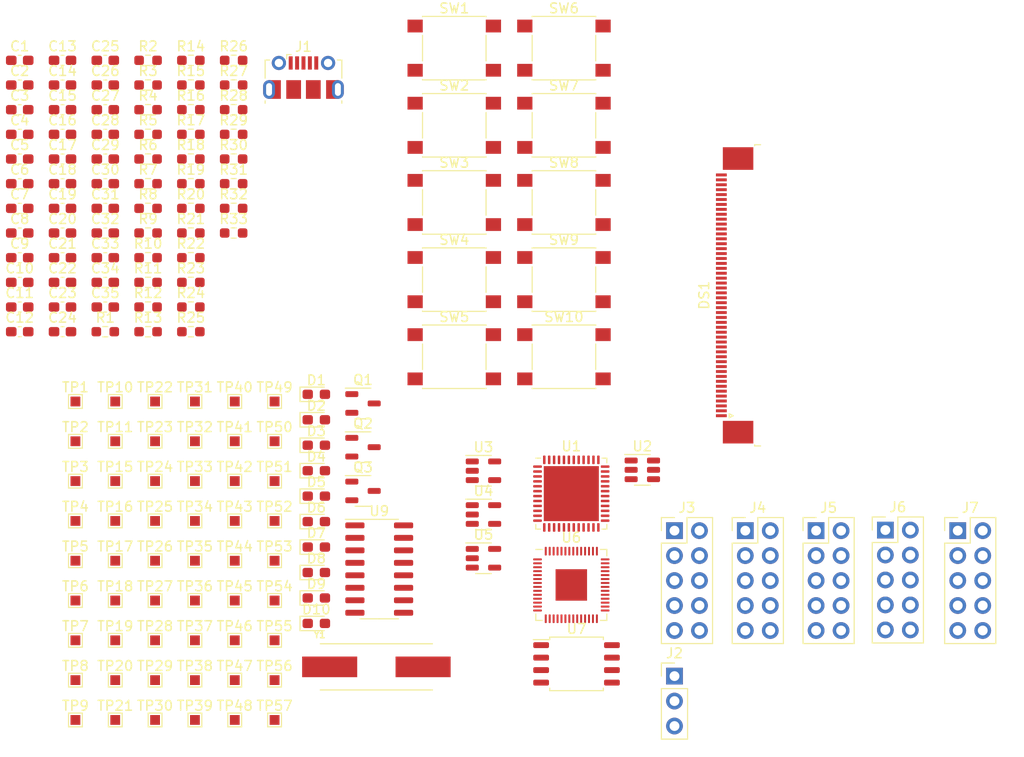
<source format=kicad_pcb>
(kicad_pcb (version 20221018) (generator pcbnew)
  (layers (0 "F.Cu" signal) (31 "B.Cu" signal) (34 "B.Paste" user) (35 "F.Paste" user) (36 "B.SilkS" user "B.Silkscreen") (37 "F.SilkS" user "F.Silkscreen") (38 "B.Mask" user) (39 "F.Mask" user) (44 "Edge.Cuts" user))
  (net 0 "")
  (net 1 "+3V3")
  (net 2 "/FPGA_PIN2")
  (net 3 "/FPGA_PIN3")
  (net 4 "/FPGA_PIN4")
  (net 5 "+1V2")
  (net 6 "/FPGA_PIN6")
  (net 7 "/FPGA_CDONE")
  (net 8 "/FPGA_CRESET")
  (net 9 "/FPGA_PIN13")
  (net 10 "/FPGA_PIN18")
  (net 11 "/FPGA_PIN19")
  (net 12 "+2V5")
  (net 13 "/VCCPLL")
  (net 14 "/FPGA_PIN21")
  (net 15 "/FPGA_PIN23")
  (net 16 "/FPGA_PIN35_G0")
  (net 17 "GND")
  (net 18 "+5V")
  (net 19 "/5V_FLAG3")
  (net 20 "/5V_FLAG2")
  (net 21 "/5V_FLAG1")
  (net 22 "/TFT_CS")
  (net 23 "/TFT_DCX")
  (net 24 "/TFT_SCL")
  (net 25 "/TFT_SDI")
  (net 26 "/TFT_RESET")
  (net 27 "/FPGA_LED0")
  (net 28 "/FPGA_LED1")
  (net 29 "/FPGA_LED2")
  (net 33 "/R_TO_FPGALED0")
  (net 34 "+1V1")
  (net 35 "/R_TO_FPGALED1")
  (net 36 "/R_TO_FPGALED2")
  (net 37 "/RP_RUN")
  (net 38 "/RP_XIN")
  (net 39 "/RP_XOUT")
  (net 40 "/RP_SWCLK")
  (net 41 "/RP_SWD")
  (net 42 "/RPLED2_TO_R")
  (net 43 "/RP2040_GPIO17")
  (net 44 "/RP2040_GPIO18")
  (net 45 "/RP2040_GPIO19")
  (net 46 "/RP2040_GPIO20")
  (net 47 "/RP2040_GPIO21")
  (net 48 "/RP2040_GPIO22")
  (net 49 "/RP2040_LED0")
  (net 50 "/RP2040_LED1")
  (net 51 "/RP2040_LED2")
  (net 52 "/RP_USB_DM")
  (net 53 "/RP_USB_DP")
  (net 54 "/FLASH_QSPI_SD3")
  (net 55 "/FLASH_QSPI_SCLK")
  (net 56 "/FLASH_QSPI_SD0")
  (net 57 "/FLASH_QSPI_SD2")
  (net 58 "/FLASH_QSPI_SD1")
  (net 59 "/FLASH_QSPI_SS")
  (net 60 "/FPGA_SYSCLK")
  (net 61 "/FPGA_SPI_SO")
  (net 62 "/FPGA_SPI_SCK")
  (net 63 "/FPGA_SPI_SS")
  (net 64 "/FPGA_SPI_SI")
  (net 65 "/TFT_DATA_BLUE4")
  (net 66 "/TFT_DATA_BLUE3")
  (net 67 "/TFT_DATA_BLUE2")
  (net 68 "/TFT_DATA_BLUE1")
  (net 69 "/TFT_DATA_BLUE0")
  (net 70 "/TFT_DATA_GREEN2")
  (net 71 "/TFT_DATA_GREEN1")
  (net 72 "/TFT_DATA_GREEN0")
  (net 73 "/TFT_VSYNC")
  (net 74 "/RP2040_GPIO26")
  (net 75 "/RP2040_GPIO27")
  (net 76 "/TFT_DATA_GREEN5")
  (net 77 "/TFT_DATA_GREEN4")
  (net 78 "/TFT_DATA_GREEN3")
  (net 79 "/TFT_DATA_RED4")
  (net 80 "/TFT_DATA_RED3")
  (net 81 "/TFT_DATA_RED2")
  (net 82 "/TFT_DATA_RED1")
  (net 83 "/TFT_DATA_RED0")
  (net 84 "/TFT_HSYNC")
  (net 85 "/TFT_DOTCLK")
  (net 86 "/TFT_DE")
  (net 87 "/RP2040_GPIO28")
  (net 88 "/FPGA_RESET")
  (net 89 "/RP2040_GPIO29")
  (net 90 "/RPLED1_TO_R")
  (net 91 "/RPLED0_TO_R")
  (net 92 "/LED_1V2_TO_R")
  (net 93 "/LED_5V_TO_R")
  (net 94 "/LED_3V3_TO_R")
  (net 95 "/LED_2V5_TO_R")
  (net 96 "/LED_1V2_R_TO_TC")
  (net 97 "/LED_1V2_R_TO_TB")
  (net 98 "/LED_3V3_R_TO_TC")
  (net 99 "/LED_3V3_R_TO_TB")
  (net 100 "/LED_2V5_R_TO_TC")
  (net 101 "/LED_2V5_R_TO_TB")
  (net 102 "/USB_D+")
  (net 103 "/USB_D-")
  (net 104 "/BUTTON_B")
  (net 105 "/BUTTON_A")
  (net 106 "/BUTTON_SEL")
  (net 107 "/BUTTON_START")
  (net 108 "/ARROW_RIGHT")
  (net 109 "/ARROW_LEFT")
  (net 110 "/ARROW_DOWN")
  (net 111 "/ARROW_UP")
  (net 112 "/BTN_MUX_S0")
  (net 113 "/BTN_MUX_S1")
  (net 114 "/BTN_MUX_S2")
  (net 115 "/BTN_MUX_OUT")
  (net 116 "/VREG_1V2_OUT")
  (net 117 "/VREG_2V5_OUT")
  (net 118 "/VREG_3V3_OUT")
  (net 121 "/TFT_X+")
  (net 122 "/TFT_Y+")
  (net 123 "/TFT_X-")
  (net 124 "/TFT_Y-")
  (net 125 "/TFT_DB0")
  (net 126 "/TFT_DB12")
  (net 127 "/TFT_TE")
  (net 128 "/TFT_RD")
  (net 129 "/TFT_SDO")
  (footprint "Package_SO:SOIC-8_5.23x5.23mm_P1.27mm" (layer "F.Cu") (at 79.9 77.195)
    (fp_text reference "U7" (at 0 -3.56) (layer "F.SilkS"))
    (fp_text value "W25Q128JVS")
    (pad "1" smd roundrect (at -3.6 -1.905) (size 1.6 0.6) (layers "F.Cu" "F.Paste" "F.Mask") (net 59 "/FLASH_QSPI_SS"))
    (pad "2" smd roundrect (at -3.6 -0.635) (size 1.6 0.6) (layers "F.Cu" "F.Paste" "F.Mask") (net 58 "/FLASH_QSPI_SD1"))
    (pad "3" smd roundrect (at -3.6 0.635) (size 1.6 0.6) (layers "F.Cu" "F.Paste" "F.Mask") (net 57 "/FLASH_QSPI_SD2"))
    (pad "4" smd roundrect (at -3.6 1.905) (size 1.6 0.6) (layers "F.Cu" "F.Paste" "F.Mask") (net 17 "GND"))
    (pad "5" smd roundrect (at 3.6 1.905) (size 1.6 0.6) (layers "F.Cu" "F.Paste" "F.Mask") (net 56 "/FLASH_QSPI_SD0"))
    (pad "6" smd roundrect (at 3.6 0.635) (size 1.6 0.6) (layers "F.Cu" "F.Paste" "F.Mask") (net 55 "/FLASH_QSPI_SCLK"))
    (pad "7" smd roundrect (at 3.6 -0.635) (size 1.6 0.6) (layers "F.Cu" "F.Paste" "F.Mask") (net 54 "/FLASH_QSPI_SD3"))
    (pad "8" smd roundrect (at 3.6 -1.905) (size 1.6 0.6) (layers "F.Cu" "F.Paste" "F.Mask") (net 1 "+3V3"))
  )
  (footprint "Capacitor_SMD:C_0603_1608Metric_Pad1.08x0.95mm_HandSolder" (layer "F.Cu") (at 23.2875 18.3)
    (fp_text reference "C2" (at 0 -1.43) (layer "F.SilkS"))
    (fp_text value "100n")
    (pad "1" smd roundrect (at -0.8625 0) (size 1.075 0.95) (layers "F.Cu" "F.Paste" "F.Mask") (net 13 "/VCCPLL"))
    (pad "2" smd roundrect (at 0.8625 0) (size 1.075 0.95) (layers "F.Cu" "F.Paste" "F.Mask") (net 17 "GND"))
  )
  (footprint "Capacitor_SMD:C_0603_1608Metric_Pad1.08x0.95mm_HandSolder" (layer "F.Cu") (at 31.9875 15.79)
    (fp_text reference "C25" (at 0 -1.43) (layer "F.SilkS"))
    (fp_text value "100n")
    (pad "1" smd roundrect (at -0.8625 0) (size 1.075 0.95) (layers "F.Cu" "F.Paste" "F.Mask") (net 1 "+3V3"))
    (pad "2" smd roundrect (at 0.8625 0) (size 1.075 0.95) (layers "F.Cu" "F.Paste" "F.Mask") (net 17 "GND"))
  )
  (footprint "TestPoint:TestPoint_Pad_1.0x1.0mm" (layer "F.Cu") (at 41.1 66.7)
    (fp_text reference "TP35" (at 0 -1.448) (layer "F.SilkS"))
    (fp_text value "TestPoint")
    (pad "1" smd rect (at 0 0) (size 1 1) (layers "F.Cu" "F.Mask") (net 67 "/TFT_DATA_BLUE2"))
  )
  (footprint "TestPoint:TestPoint_Pad_1.0x1.0mm" (layer "F.Cu") (at 41.1 54.55)
    (fp_text reference "TP32" (at 0 -1.448) (layer "F.SilkS"))
    (fp_text value "TestPoint")
    (pad "1" smd rect (at 0 0) (size 1 1) (layers "F.Cu" "F.Mask") (net 84 "/TFT_HSYNC"))
  )
  (footprint "Package_DFN_QFN:QFN-56-1EP_7x7mm_P0.4mm_EP3.2x3.2mm" (layer "F.Cu") (at 79.37 69.165)
    (fp_text reference "U6" (at 0 -4.82) (layer "F.SilkS"))
    (fp_text value "RP2040")
    (pad "1" smd roundrect (at -3.4375 -2.6) (size 0.875 0.2) (layers "F.Cu" "F.Paste" "F.Mask") (net 1 "+3V3"))
    (pad "2" smd roundrect (at -3.4375 -2.2) (size 0.875 0.2) (layers "F.Cu" "F.Paste" "F.Mask") (net 22 "/TFT_CS"))
    (pad "3" smd roundrect (at -3.4375 -1.8) (size 0.875 0.2) (layers "F.Cu" "F.Paste" "F.Mask") (net 23 "/TFT_DCX"))
    (pad "4" smd roundrect (at -3.4375 -1.4) (size 0.875 0.2) (layers "F.Cu" "F.Paste" "F.Mask") (net 24 "/TFT_SCL"))
    (pad "5" smd roundrect (at -3.4375 -1) (size 0.875 0.2) (layers "F.Cu" "F.Paste" "F.Mask") (net 25 "/TFT_SDI"))
    (pad "6" smd roundrect (at -3.4375 -0.6) (size 0.875 0.2) (layers "F.Cu" "F.Paste" "F.Mask") (net 26 "/TFT_RESET"))
    (pad "7" smd roundrect (at -3.4375 -0.2) (size 0.875 0.2) (layers "F.Cu" "F.Paste" "F.Mask") (net 63 "/FPGA_SPI_SS"))
    (pad "8" smd roundrect (at -3.4375 0.2) (size 0.875 0.2) (layers "F.Cu" "F.Paste" "F.Mask") (net 62 "/FPGA_SPI_SCK"))
    (pad "9" smd roundrect (at -3.4375 0.6) (size 0.875 0.2) (layers "F.Cu" "F.Paste" "F.Mask") (net 64 "/FPGA_SPI_SI"))
    (pad "10" smd roundrect (at -3.4375 1) (size 0.875 0.2) (layers "F.Cu" "F.Paste" "F.Mask") (net 1 "+3V3"))
    (pad "11" smd roundrect (at -3.4375 1.4) (size 0.875 0.2) (layers "F.Cu" "F.Paste" "F.Mask") (net 61 "/FPGA_SPI_SO"))
    (pad "12" smd roundrect (at -3.4375 1.8) (size 0.875 0.2) (layers "F.Cu" "F.Paste" "F.Mask") (net 60 "/FPGA_SYSCLK"))
    (pad "13" smd roundrect (at -3.4375 2.2) (size 0.875 0.2) (layers "F.Cu" "F.Paste" "F.Mask") (net 88 "/FPGA_RESET"))
    (pad "14" smd roundrect (at -3.4375 2.6) (size 0.875 0.2) (layers "F.Cu" "F.Paste" "F.Mask") (net 7 "/FPGA_CDONE"))
    (pad "15" smd roundrect (at -2.6 3.4375) (size 0.2 0.875) (layers "F.Cu" "F.Paste" "F.Mask") (net 8 "/FPGA_CRESET"))
    (pad "16" smd roundrect (at -2.2 3.4375) (size 0.2 0.875) (layers "F.Cu" "F.Paste" "F.Mask") (net 112 "/BTN_MUX_S0"))
    (pad "17" smd roundrect (at -1.8 3.4375) (size 0.2 0.875) (layers "F.Cu" "F.Paste" "F.Mask") (net 113 "/BTN_MUX_S1"))
    (pad "18" smd roundrect (at -1.4 3.4375) (size 0.2 0.875) (layers "F.Cu" "F.Paste" "F.Mask") (net 114 "/BTN_MUX_S2"))
    (pad "19" smd roundrect (at -1 3.4375) (size 0.2 0.875) (layers "F.Cu" "F.Paste" "F.Mask") (net 17 "GND"))
    (pad "20" smd roundrect (at -0.6 3.4375) (size 0.2 0.875) (layers "F.Cu" "F.Paste" "F.Mask") (net 38 "/RP_XIN"))
    (pad "21" smd roundrect (at -0.2 3.4375) (size 0.2 0.875) (layers "F.Cu" "F.Paste" "F.Mask") (net 39 "/RP_XOUT"))
    (pad "22" smd roundrect (at 0.2 3.4375) (size 0.2 0.875) (layers "F.Cu" "F.Paste" "F.Mask") (net 1 "+3V3"))
    (pad "23" smd roundrect (at 0.6 3.4375) (size 0.2 0.875) (layers "F.Cu" "F.Paste" "F.Mask") (net 34 "+1V1"))
    (pad "24" smd roundrect (at 1 3.4375) (size 0.2 0.875) (layers "F.Cu" "F.Paste" "F.Mask") (net 40 "/RP_SWCLK"))
    (pad "25" smd roundrect (at 1.4 3.4375) (size 0.2 0.875) (layers "F.Cu" "F.Paste" "F.Mask") (net 41 "/RP_SWD"))
    (pad "26" smd roundrect (at 1.8 3.4375) (size 0.2 0.875) (layers "F.Cu" "F.Paste" "F.Mask") (net 37 "/RP_RUN"))
    (pad "27" smd roundrect (at 2.2 3.4375) (size 0.2 0.875) (layers "F.Cu" "F.Paste" "F.Mask") (net 115 "/BTN_MUX_OUT"))
    (pad "28" smd roundrect (at 2.6 3.4375) (size 0.2 0.875) (layers "F.Cu" "F.Paste" "F.Mask") (net 43 "/RP2040_GPIO17"))
    (pad "29" smd roundrect (at 3.4375 2.6) (size 0.875 0.2) (layers "F.Cu" "F.Paste" "F.Mask") (net 44 "/RP2040_GPIO18"))
    (pad "30" smd roundrect (at 3.4375 2.2) (size 0.875 0.2) (layers "F.Cu" "F.Paste" "F.Mask") (net 45 "/RP2040_GPIO19"))
    (pad "31" smd roundrect (at 3.4375 1.8) (size 0.875 0.2) (layers "F.Cu" "F.Paste" "F.Mask") (net 46 "/RP2040_GPIO20"))
    (pad "32" smd roundrect (at 3.4375 1.4) (size 0.875 0.2) (layers "F.Cu" "F.Paste" "F.Mask") (net 47 "/RP2040_GPIO21"))
    (pad "33" smd roundrect (at 3.4375 1) (size 0.875 0.2) (layers "F.Cu" "F.Paste" "F.Mask") (net 1 "+3V3"))
    (pad "34" smd roundrect (at 3.4375 0.6) (size 0.875 0.2) (layers "F.Cu" "F.Paste" "F.Mask") (net 48 "/RP2040_GPIO22"))
    (pad "35" smd roundrect (at 3.4375 0.2) (size 0.875 0.2) (layers "F.Cu" "F.Paste" "F.Mask") (net 49 "/RP2040_LED0"))
    (pad "36" smd roundrect (at 3.4375 -0.2) (size 0.875 0.2) (layers "F.Cu" "F.Paste" "F.Mask") (net 50 "/RP2040_LED1"))
    (pad "37" smd roundrect (at 3.4375 -0.6) (size 0.875 0.2) (layers "F.Cu" "F.Paste" "F.Mask") (net 51 "/RP2040_LED2"))
    (pad "38" smd roundrect (at 3.4375 -1) (size 0.875 0.2) (layers "F.Cu" "F.Paste" "F.Mask") (net 74 "/RP2040_GPIO26"))
    (pad "39" smd roundrect (at 3.4375 -1.4) (size 0.875 0.2) (layers "F.Cu" "F.Paste" "F.Mask") (net 75 "/RP2040_GPIO27"))
    (pad "40" smd roundrect (at 3.4375 -1.8) (size 0.875 0.2) (layers "F.Cu" "F.Paste" "F.Mask") (net 87 "/RP2040_GPIO28"))
    (pad "41" smd roundrect (at 3.4375 -2.2) (size 0.875 0.2) (layers "F.Cu" "F.Paste" "F.Mask") (net 89 "/RP2040_GPIO29"))
    (pad "42" smd roundrect (at 3.4375 -2.6) (size 0.875 0.2) (layers "F.Cu" "F.Paste" "F.Mask") (net 1 "+3V3"))
    (pad "43" smd roundrect (at 2.6 -3.4375) (size 0.2 0.875) (layers "F.Cu" "F.Paste" "F.Mask") (net 1 "+3V3"))
    (pad "44" smd roundrect (at 2.2 -3.4375) (size 0.2 0.875) (layers "F.Cu" "F.Paste" "F.Mask") (net 1 "+3V3"))
    (pad "45" smd roundrect (at 1.8 -3.4375) (size 0.2 0.875) (layers "F.Cu" "F.Paste" "F.Mask") (net 34 "+1V1"))
    (pad "46" smd roundrect (at 1.4 -3.4375) (size 0.2 0.875) (layers "F.Cu" "F.Paste" "F.Mask") (net 52 "/RP_USB_DM"))
    (pad "47" smd roundrect (at 1 -3.4375) (size 0.2 0.875) (layers "F.Cu" "F.Paste" "F.Mask") (net 53 "/RP_USB_DP"))
    (pad "48" smd roundrect (at 0.6 -3.4375) (size 0.2 0.875) (layers "F.Cu" "F.Paste" "F.Mask") (net 1 "+3V3"))
    (pad "49" smd roundrect (at 0.2 -3.4375) (size 0.2 0.875) (layers "F.Cu" "F.Paste" "F.Mask") (net 1 "+3V3"))
    (pad "50" smd roundrect (at -0.2 -3.4375) (size 0.2 0.875) (layers "F.Cu" "F.Paste" "F.Mask") (net 34 "+1V1"))
    (pad "51" smd roundrect (at -0.6 -3.4375) (size 0.2 0.875) (layers "F.Cu" "F.Paste" "F.Mask") (net 54 "/FLASH_QSPI_SD3"))
    (pad "52" smd roundrect (at -1 -3.4375) (size 0.2 0.875) (layers "F.Cu" "F.Paste" "F.Mask") (net 55 "/FLASH_QSPI_SCLK"))
    (pad "53" smd roundrect (at -1.4 -3.4375) (size 0.2 0.875) (layers "F.Cu" "F.Paste" "F.Mask") (net 56 "/FLASH_QSPI_SD0"))
    (pad "54" smd roundrect (at -1.8 -3.4375) (size 0.2 0.875) (layers "F.Cu" "F.Paste" "F.Mask") (net 57 "/FLASH_QSPI_SD2"))
    (pad "55" smd roundrect (at -2.2 -3.4375) (size 0.2 0.875) (layers "F.Cu" "F.Paste" "F.Mask") (net 58 "/FLASH_QSPI_SD1"))
    (pad "56" smd roundrect (at -2.6 -3.4375) (size 0.2 0.875) (layers "F.Cu" "F.Paste" "F.Mask") (net 59 "/FLASH_QSPI_SS"))
    (pad "57" smd rect (at 0 0) (size 3.2 3.2) (layers "F.Cu" "F.Mask") (net 17 "GND"))
  )
  (footprint "TestPoint:TestPoint_Pad_1.0x1.0mm" (layer "F.Cu") (at 49.2 82.9)
    (fp_text reference "TP57" (at 0 -1.448) (layer "F.SilkS"))
    (fp_text value "TestPoint")
    (pad "1" smd rect (at 0 0) (size 1 1) (layers "F.Cu" "F.Mask") (net 115 "/BTN_MUX_OUT"))
  )
  (footprint "TestPoint:TestPoint_Pad_1.0x1.0mm" (layer "F.Cu") (at 45.15 58.6)
    (fp_text reference "TP42" (at 0 -1.448) (layer "F.SilkS"))
    (fp_text value "TestPoint")
    (pad "1" smd rect (at 0 0) (size 1 1) (layers "F.Cu" "F.Mask") (net 56 "/FLASH_QSPI_SD0"))
  )
  (footprint "TestPoint:TestPoint_Pad_1.0x1.0mm" (layer "F.Cu") (at 41.1 78.85)
    (fp_text reference "TP38" (at 0 -1.448) (layer "F.SilkS"))
    (fp_text value "TestPoint")
    (pad "1" smd rect (at 0 0) (size 1 1) (layers "F.Cu" "F.Mask") (net 69 "/TFT_DATA_BLUE0"))
  )
  (footprint "Resistor_SMD:R_0603_1608Metric_Pad0.98x0.95mm_HandSolder" (layer "F.Cu") (at 40.6875 33.36)
    (fp_text reference "R21" (at 0 -1.43) (layer "F.SilkS"))
    (fp_text value "330")
    (pad "1" smd roundrect (at -0.9125 0) (size 0.975 0.95) (layers "F.Cu" "F.Paste" "F.Mask") (net 5 "+1V2"))
    (pad "2" smd roundrect (at 0.9125 0) (size 0.975 0.95) (layers "F.Cu" "F.Paste" "F.Mask") (net 97 "/LED_1V2_R_TO_TB"))
  )
  (footprint "LED_SMD:LED_0603_1608Metric_Pad1.05x0.95mm_HandSolder" (layer "F.Cu") (at 53.445 54.95)
    (fp_text reference "D3" (at 0 -1.43) (layer "F.SilkS"))
    (fp_text value "FPGA_LED2")
    (pad "1" smd roundrect (at -0.875 0) (size 1.05 0.95) (layers "F.Cu" "F.Paste" "F.Mask") (net 29 "/FPGA_LED2"))
    (pad "2" smd roundrect (at 0.875 0) (size 1.05 0.95) (layers "F.Cu" "F.Paste" "F.Mask") (net 36 "/R_TO_FPGALED2"))
  )
  (footprint "LED_SMD:LED_0603_1608Metric_Pad1.05x0.95mm_HandSolder" (layer "F.Cu") (at 53.445 65.31)
    (fp_text reference "D7" (at 0 -1.43) (layer "F.SilkS"))
    (fp_text value "LED_1V2")
    (pad "1" smd roundrect (at -0.875 0) (size 1.05 0.95) (layers "F.Cu" "F.Paste" "F.Mask") (net 92 "/LED_1V2_TO_R"))
    (pad "2" smd roundrect (at 0.875 0) (size 1.05 0.95) (layers "F.Cu" "F.Paste" "F.Mask") (net 18 "+5V"))
  )
  (footprint "Button_Switch_SMD:SW_SPST_PTS645" (layer "F.Cu") (at 67.47 38.1)
    (fp_text reference "SW4" (at 0 -4.05) (layer "F.SilkS"))
    (fp_text value "SW_ARROW_DOWN")
    (pad "1" smd rect (at -3.98 -2.25) (size 1.55 1.3) (layers "F.Cu" "F.Paste" "F.Mask") (net 1 "+3V3"))
    (pad "1" smd rect (at 3.98 -2.25) (size 1.55 1.3) (layers "F.Cu" "F.Paste" "F.Mask") (net 1 "+3V3"))
    (pad "2" smd rect (at -3.98 2.25) (size 1.55 1.3) (layers "F.Cu" "F.Paste" "F.Mask") (net 110 "/ARROW_DOWN"))
    (pad "2" smd rect (at 3.98 2.25) (size 1.55 1.3) (layers "F.Cu" "F.Paste" "F.Mask") (net 110 "/ARROW_DOWN"))
  )
  (footprint "TestPoint:TestPoint_Pad_1.0x1.0mm" (layer "F.Cu") (at 37.05 82.9)
    (fp_text reference "TP30" (at 0 -1.448) (layer "F.SilkS"))
    (fp_text value "TestPoint")
    (pad "1" smd rect (at 0 0) (size 1 1) (layers "F.Cu" "F.Mask") (net 8 "/FPGA_CRESET"))
  )
  (footprint "Package_TO_SOT_SMD:SOT-23-3" (layer "F.Cu") (at 58.19 55.15)
    (fp_text reference "Q2" (at 0 -2.4) (layer "F.SilkS"))
    (fp_text value "NPN")
    (pad "1" smd roundrect (at -1.1375 -0.95) (size 1.325 0.6) (layers "F.Cu" "F.Paste" "F.Mask") (net 98 "/LED_3V3_R_TO_TC"))
    (pad "2" smd roundrect (at -1.1375 0.95) (size 1.325 0.6) (layers "F.Cu" "F.Paste" "F.Mask") (net 99 "/LED_3V3_R_TO_TB"))
    (pad "3" smd roundrect (at 1.1375 0) (size 1.325 0.6) (layers "F.Cu" "F.Paste" "F.Mask") (net 17 "GND"))
  )
  (footprint "Resistor_SMD:R_0603_1608Metric_Pad0.98x0.95mm_HandSolder" (layer "F.Cu") (at 40.6875 15.79)
    (fp_text reference "R14" (at 0 -1.43) (layer "F.SilkS"))
    (fp_text value "330")
    (pad "1" smd roundrect (at -0.9125 0) (size 0.975 0.95) (layers "F.Cu" "F.Paste" "F.Mask") (net 1 "+3V3"))
    (pad "2" smd roundrect (at 0.9125 0) (size 0.975 0.95) (layers "F.Cu" "F.Paste" "F.Mask") (net 35 "/R_TO_FPGALED1"))
  )
  (footprint "Capacitor_SMD:C_0603_1608Metric_Pad1.08x0.95mm_HandSolder" (layer "F.Cu") (at 23.2875 33.36)
    (fp_text reference "C8" (at 0 -1.43) (layer "F.SilkS"))
    (fp_text value "100n")
    (pad "1" smd roundrect (at -0.8625 0) (size 1.075 0.95) (layers "F.Cu" "F.Paste" "F.Mask") (net 1 "+3V3"))
    (pad "2" smd roundrect (at 0.8625 0) (size 1.075 0.95) (layers "F.Cu" "F.Paste" "F.Mask") (net 17 "GND"))
  )
  (footprint "Resistor_SMD:R_0603_1608Metric_Pad0.98x0.95mm_HandSolder" (layer "F.Cu") (at 36.3375 40.89)
    (fp_text reference "R12" (at 0 -1.43) (layer "F.SilkS"))
    (fp_text value "10k")
    (pad "1" smd roundrect (at -0.9125 0) (size 0.975 0.95) (layers "F.Cu" "F.Paste" "F.Mask") (net 63 "/FPGA_SPI_SS"))
    (pad "2" smd roundrect (at 0.9125 0) (size 0.975 0.95) (layers "F.Cu" "F.Paste" "F.Mask") (net 17 "GND"))
  )
  (footprint "Package_TO_SOT_SMD:SOT-23-3" (layer "F.Cu") (at 58.19 50.7)
    (fp_text reference "Q1" (at 0 -2.4) (layer "F.SilkS"))
    (fp_text value "NPN")
    (pad "1" smd roundrect (at -1.1375 -0.95) (size 1.325 0.6) (layers "F.Cu" "F.Paste" "F.Mask") (net 96 "/LED_1V2_R_TO_TC"))
    (pad "2" smd roundrect (at -1.1375 0.95) (size 1.325 0.6) (layers "F.Cu" "F.Paste" "F.Mask") (net 97 "/LED_1V2_R_TO_TB"))
    (pad "3" smd roundrect (at 1.1375 0) (size 1.325 0.6) (layers "F.Cu" "F.Paste" "F.Mask") (net 17 "GND"))
  )
  (footprint "TestPoint:TestPoint_Pad_1.0x1.0mm" (layer "F.Cu") (at 45.15 74.8)
    (fp_text reference "TP46" (at 0 -1.448) (layer "F.SilkS"))
    (fp_text value "TestPoint")
    (pad "1" smd rect (at 0 0) (size 1 1) (layers "F.Cu" "F.Mask") (net 104 "/BUTTON_B"))
  )
  (footprint "Resistor_SMD:R_0603_1608Metric_Pad0.98x0.95mm_HandSolder" (layer "F.Cu") (at 36.3375 33.36)
    (fp_text reference "R9" (at 0 -1.43) (layer "F.SilkS"))
    (fp_text value "10k")
    (pad "1" smd roundrect (at -0.9125 0) (size 0.975 0.95) (layers "F.Cu" "F.Paste" "F.Mask") (net 1 "+3V3"))
    (pad "2" smd roundrect (at 0.9125 0) (size 0.975 0.95) (layers "F.Cu" "F.Paste" "F.Mask") (net 7 "/FPGA_CDONE"))
  )
  (footprint "Resistor_SMD:R_0603_1608Metric_Pad0.98x0.95mm_HandSolder" (layer "F.Cu") (at 40.6875 38.38)
    (fp_text reference "R23" (at 0 -1.43) (layer "F.SilkS"))
    (fp_text value "330")
    (pad "1" smd roundrect (at -0.9125 0) (size 0.975 0.95) (layers "F.Cu" "F.Paste" "F.Mask") (net 1 "+3V3"))
    (pad "2" smd roundrect (at 0.9125 0) (size 0.975 0.95) (layers "F.Cu" "F.Paste" "F.Mask") (net 99 "/LED_3V3_R_TO_TB"))
  )
  (footprint "TestPoint:TestPoint_Pad_1.0x1.0mm" (layer "F.Cu") (at 33 66.7)
    (fp_text reference "TP17" (at 0 -1.448) (layer "F.SilkS"))
    (fp_text value "TestPoint")
    (pad "1" smd rect (at 0 0) (size 1 1) (layers "F.Cu" "F.Mask") (net 103 "/USB_D-"))
  )
  (footprint "Capacitor_SMD:C_0603_1608Metric_Pad1.08x0.95mm_HandSolder" (layer "F.Cu") (at 27.6375 28.34)
    (fp_text reference "C18" (at 0 -1.43) (layer "F.SilkS"))
    (fp_text value "100n")
    (pad "1" smd roundrect (at -0.8625 0) (size 1.075 0.95) (layers "F.Cu" "F.Paste" "F.Mask") (net 12 "+2V5"))
    (pad "2" smd roundrect (at 0.8625 0) (size 1.075 0.95) (layers "F.Cu" "F.Paste" "F.Mask") (net 17 "GND"))
  )
  (footprint "Button_Switch_SMD:SW_SPST_PTS645" (layer "F.Cu") (at 78.62 22.4)
    (fp_text reference "SW7" (at 0 -4.05) (layer "F.SilkS"))
    (fp_text value "SW_BUTTON_START")
    (pad "1" smd rect (at -3.98 -2.25) (size 1.55 1.3) (layers "F.Cu" "F.Paste" "F.Mask") (net 1 "+3V3"))
    (pad "1" smd rect (at 3.98 -2.25) (size 1.55 1.3) (layers "F.Cu" "F.Paste" "F.Mask") (net 1 "+3V3"))
    (pad "2" smd rect (at -3.98 2.25) (size 1.55 1.3) (layers "F.Cu" "F.Paste" "F.Mask") (net 107 "/BUTTON_START"))
    (pad "2" smd rect (at 3.98 2.25) (size 1.55 1.3) (layers "F.Cu" "F.Paste" "F.Mask") (net 107 "/BUTTON_START"))
  )
  (footprint "Package_TO_SOT_SMD:SOT-23-3" (layer "F.Cu") (at 58.19 59.6)
    (fp_text reference "Q3" (at 0 -2.4) (layer "F.SilkS"))
    (fp_text value "NPN")
    (pad "1" smd roundrect (at -1.1375 -0.95) (size 1.325 0.6) (layers "F.Cu" "F.Paste" "F.Mask") (net 100 "/LED_2V5_R_TO_TC"))
    (pad "2" smd roundrect (at -1.1375 0.95) (size 1.325 0.6) (layers "F.Cu" "F.Paste" "F.Mask") (net 101 "/LED_2V5_R_TO_TB"))
    (pad "3" smd roundrect (at 1.1375 0) (size 1.325 0.6) (layers "F.Cu" "F.Paste" "F.Mask") (net 17 "GND"))
  )
  (footprint "TestPoint:TestPoint_Pad_1.0x1.0mm" (layer "F.Cu") (at 28.95 78.85)
    (fp_text reference "TP8" (at 0 -1.448) (layer "F.SilkS"))
    (fp_text value "TestPoint")
    (pad "1" smd rect (at 0 0) (size 1 1) (layers "F.Cu" "F.Mask") (net 64 "/FPGA_SPI_SI"))
  )
  (footprint "Capacitor_SMD:C_0603_1608Metric_Pad1.08x0.95mm_HandSolder" (layer "F.Cu") (at 27.6375 33.36)
    (fp_text reference "C20" (at 0 -1.43) (layer "F.SilkS"))
    (fp_text value "100n")
    (pad "1" smd roundrect (at -0.8625 0) (size 1.075 0.95) (layers "F.Cu" "F.Paste" "F.Mask") (net 34 "+1V1"))
    (pad "2" smd roundrect (at 0.8625 0) (size 1.075 0.95) (layers "F.Cu" "F.Paste" "F.Mask") (net 17 "GND"))
  )
  (footprint "Resistor_SMD:R_0603_1608Metric_Pad0.98x0.95mm_HandSolder" (layer "F.Cu") (at 36.3375 35.87)
    (fp_text reference "R10" (at 0 -1.43) (layer "F.SilkS"))
    (fp_text value "10k")
    (pad "1" smd roundrect (at -0.9125 0) (size 0.975 0.95) (layers "F.Cu" "F.Paste" "F.Mask") (net 1 "+3V3"))
    (pad "2" smd roundrect (at 0.9125 0) (size 0.975 0.95) (layers "F.Cu" "F.Paste" "F.Mask") (net 8 "/FPGA_CRESET"))
  )
  (footprint "Button_Switch_SMD:SW_SPST_PTS645" (layer "F.Cu") (at 78.62 14.55)
    (fp_text reference "SW6" (at 0 -4.05) (layer "F.SilkS"))
    (fp_text value "SW_ARROW_RIGHT")
    (pad "1" smd rect (at -3.98 -2.25) (size 1.55 1.3) (layers "F.Cu" "F.Paste" "F.Mask") (net 1 "+3V3"))
    (pad "1" smd rect (at 3.98 -2.25) (size 1.55 1.3) (layers "F.Cu" "F.Paste" "F.Mask") (net 1 "+3V3"))
    (pad "2" smd rect (at -3.98 2.25) (size 1.55 1.3) (layers "F.Cu" "F.Paste" "F.Mask") (net 108 "/ARROW_RIGHT"))
    (pad "2" smd rect (at 3.98 2.25) (size 1.55 1.3) (layers "F.Cu" "F.Paste" "F.Mask") (net 108 "/ARROW_RIGHT"))
  )
  (footprint "Resistor_SMD:R_0603_1608Metric_Pad0.98x0.95mm_HandSolder" (layer "F.Cu") (at 36.3375 43.4)
    (fp_text reference "R13" (at 0 -1.43) (layer "F.SilkS"))
    (fp_text value "330")
    (pad "1" smd roundrect (at -0.9125 0) (size 0.975 0.95) (layers "F.Cu" "F.Paste" "F.Mask") (net 1 "+3V3"))
    (pad "2" smd roundrect (at 0.9125 0) (size 0.975 0.95) (layers "F.Cu" "F.Paste" "F.Mask") (net 33 "/R_TO_FPGALED0"))
  )
  (footprint "TestPoint:TestPoint_Pad_1.0x1.0mm" (layer "F.Cu") (at 49.2 78.85)
    (fp_text reference "TP56" (at 0 -1.448) (layer "F.SilkS"))
    (fp_text value "TestPoint")
    (pad "1" smd rect (at 0 0) (size 1 1) (layers "F.Cu" "F.Mask") (net 114 "/BTN_MUX_S2"))
  )
  (footprint "Resistor_SMD:R_0603_1608Metric_Pad0.98x0.95mm_HandSolder" (layer "F.Cu") (at 36.3375 28.34)
    (fp_text reference "R7" (at 0 -1.43) (layer "F.SilkS"))
    (fp_text value "10k")
    (pad "1" smd roundrect (at -0.9125 0) (size 0.975 0.95) (layers "F.Cu" "F.Paste" "F.Mask") (net 1 "+3V3"))
    (pad "2" smd roundrect (at 0.9125 0) (size 0.975 0.95) (layers "F.Cu" "F.Paste" "F.Mask") (net 37 "/RP_RUN"))
  )
  (footprint "Resistor_SMD:R_0603_1608Metric_Pad0.98x0.95mm_HandSolder" (layer "F.Cu") (at 40.6875 30.85)
    (fp_text reference "R20" (at 0 -1.43) (layer "F.SilkS"))
    (fp_text value "330")
    (pad "1" smd roundrect (at -0.9125 0) (size 0.975 0.95) (layers "F.Cu" "F.Paste" "F.Mask") (net 93 "/LED_5V_TO_R"))
    (pad "2" smd roundrect (at 0.9125 0) (size 0.975 0.95) (layers "F.Cu" "F.Paste" "F.Mask") (net 17 "GND"))
  )
  (footprint "Resistor_SMD:R_0603_1608Metric_Pad0.98x0.95mm_HandSolder" (layer "F.Cu") (at 45.0375 33.36)
    (fp_text reference "R33" (at 0 -1.43) (layer "F.SilkS"))
    (fp_text value "10k")
    (pad "1" smd roundrect (at -0.9125 0) (size 0.975 0.95) (layers "F.Cu" "F.Paste" "F.Mask") (net 111 "/ARROW_UP"))
    (pad "2" smd roundrect (at 0.9125 0) (size 0.975 0.95) (layers "F.Cu" "F.Paste" "F.Mask") (net 17 "GND"))
  )
  (footprint "LED_SMD:LED_0603_1608Metric_Pad1.05x0.95mm_HandSolder" (layer "F.Cu") (at 53.445 57.54)
    (fp_text reference "D4" (at 0 -1.43) (layer "F.SilkS"))
    (fp_text value "RP2040_LED2")
    (pad "1" smd roundrect (at -0.875 0) (size 1.05 0.95) (layers "F.Cu" "F.Paste" "F.Mask") (net 42 "/RPLED2_TO_R"))
    (pad "2" smd roundrect (at 0.875 0) (size 1.05 0.95) (layers "F.Cu" "F.Paste" "F.Mask") (net 51 "/RP2040_LED2"))
  )
  (footprint "TestPoint:TestPoint_Pad_1.0x1.0mm" (layer "F.Cu") (at 37.05 50.5)
    (fp_text reference "TP22" (at 0 -1.448) (layer "F.SilkS"))
    (fp_text value "TestPoint")
    (pad "1" smd rect (at 0 0) (size 1 1) (layers "F.Cu" "F.Mask") (net 83 "/TFT_DATA_RED0"))
  )
  (footprint "LED_SMD:LED_0603_1608Metric_Pad1.05x0.95mm_HandSolder" (layer "F.Cu") (at 53.445 62.72)
    (fp_text reference "D6" (at 0 -1.43) (layer "F.SilkS"))
    (fp_text value "RP2040_LED0")
    (pad "1" smd roundrect (at -0.875 0) (size 1.05 0.95) (layers "F.Cu" "F.Paste" "F.Mask") (net 91 "/RPLED0_TO_R"))
    (pad "2" smd roundrect (at 0.875 0) (size 1.05 0.95) (layers "F.Cu" "F.Paste" "F.Mask") (net 49 "/RP2040_LED0"))
  )
  (footprint "TestPoint:TestPoint_Pad_1.0x1.0mm" (layer "F.Cu") (at 37.05 54.55)
    (fp_text reference "TP23" (at 0 -1.448) (layer "F.SilkS"))
    (fp_text value "TestPoint")
    (pad "1" smd rect (at 0 0) (size 1 1) (layers "F.Cu" "F.Mask") (net 76 "/TFT_DATA_GREEN5"))
  )
  (footprint "Resistor_SMD:R_0603_1608Metric_Pad0.98x0.95mm_HandSolder" (layer "F.Cu") (at 36.3375 30.85)
    (fp_text reference "R8" (at 0 -1.43) (layer "F.SilkS"))
    (fp_text value "10k")
    (pad "1" smd roundrect (at -0.9125 0) (size 0.975 0.95) (layers "F.Cu" "F.Paste" "F.Mask") (net 1 "+3V3"))
    (pad "2" smd roundrect (at 0.9125 0) (size 0.975 0.95) (layers "F.Cu" "F.Paste" "F.Mask") (net 59 "/FLASH_QSPI_SS"))
  )
  (footprint "Capacitor_SMD:C_0603_1608Metric_Pad1.08x0.95mm_HandSolder" (layer "F.Cu") (at 23.2875 23.32)
    (fp_text reference "C4" (at 0 -1.43) (layer "F.SilkS"))
    (fp_text value "100n")
    (pad "1" smd roundrect (at -0.8625 0) (size 1.075 0.95) (layers "F.Cu" "F.Paste" "F.Mask") (net 5 "+1V2"))
    (pad "2" smd roundrect (at 0.8625 0) (size 1.075 0.95) (layers "F.Cu" "F.Paste" "F.Mask") (net 17 "GND"))
  )
  (footprint "Resistor_SMD:R_0603_1608Metric_Pad0.98x0.95mm_HandSolder" (layer "F.Cu") (at 36.3375 25.83)
    (fp_text reference "R6" (at 0 -1.43) (layer "F.SilkS"))
    (fp_text value "27.4")
    (pad "1" smd roundrect (at -0.9125 0) (size 0.975 0.95) (layers "F.Cu" "F.Paste" "F.Mask") (net 103 "/USB_D-"))
    (pad "2" smd roundrect (at 0.9125 0) (size 0.975 0.95) (layers "F.Cu" "F.Paste" "F.Mask") (net 52 "/RP_USB_DM"))
  )
  (footprint "Package_DFN_QFN:QFN-48-1EP_7x7mm_P0.5mm_EP5.6x5.6mm" (layer "F.Cu") (at 79.37 59.875)
    (fp_text reference "U1" (at 0 -4.82) (layer "F.SilkS"))
    (fp_text value "ICE40UP5K-SG48ITR")
    (pad "1" smd roundrect (at -3.4375 -2.75) (size 0.875 0.25) (layers "F.Cu" "F.Paste" "F.Mask") (net 1 "+3V3"))
    (pad "2" smd roundrect (at -3.4375 -2.25) (size 0.875 0.25) (layers "F.Cu" "F.Paste" "F.Mask") (net 2 "/FPGA_PIN2"))
    (pad "3" smd roundrect (at -3.4375 -1.75) (size 0.875 0.25) (layers "F.Cu" "F.Paste" "F.Mask") (net 3 "/FPGA_PIN3"))
    (pad "4" smd roundrect (at -3.4375 -1.25) (size 0.875 0.25) (layers "F.Cu" "F.Paste" "F.Mask") (net 4 "/FPGA_PIN4"))
    (pad "5" smd roundrect (at -3.4375 -0.75) (size 0.875 0.25) (layers "F.Cu" "F.Paste" "F.Mask") (net 5 "+1V2"))
    (pad "6" smd roundrect (at -3.4375 -0.25) (size 0.875 0.25) (layers "F.Cu" "F.Paste" "F.Mask") (net 6 "/FPGA_PIN6"))
    (pad "7" smd roundrect (at -3.4375 0.25) (size 0.875 0.25) (layers "F.Cu" "F.Paste" "F.Mask") (net 7 "/FPGA_CDONE"))
    (pad "8" smd roundrect (at -3.4375 0.75) (size 0.875 0.25) (layers "F.Cu" "F.Paste" "F.Mask") (net 8 "/FPGA_CRESET"))
    (pad "9" smd roundrect (at -3.4375 1.25) (size 0.875 0.25) (layers "F.Cu" "F.Paste" "F.Mask") (net 73 "/TFT_VSYNC"))
    (pad "10" smd roundrect (at -3.4375 1.75) (size 0.875 0.25) (layers "F.Cu" "F.Paste" "F.Mask") (net 84 "/TFT_HSYNC"))
    (pad "11" smd roundrect (at -3.4375 2.25) (size 0.875 0.25) (layers "F.Cu" "F.Paste" "F.Mask") (net 85 "/TFT_DOTCLK"))
    (pad "12" smd roundrect (at -3.4375 2.75) (size 0.875 0.25) (layers "F.Cu" "F.Paste" "F.Mask") (net 86 "/TFT_DE"))
    (pad "13" smd roundrect (at -2.75 3.4375) (size 0.25 0.875) (layers "F.Cu" "F.Paste" "F.Mask") (net 9 "/FPGA_PIN13"))
    (pad "14" smd roundrect (at -2.25 3.4375) (size 0.25 0.875) (layers "F.Cu" "F.Paste" "F.Mask") (net 61 "/FPGA_SPI_SO"))
    (pad "15" smd roundrect (at -1.75 3.4375) (size 0.25 0.875) (layers "F.Cu" "F.Paste" "F.Mask") (net 62 "/FPGA_SPI_SCK"))
    (pad "16" smd roundrect (at -1.25 3.4375) (size 0.25 0.875) (layers "F.Cu" "F.Paste" "F.Mask") (net 63 "/FPGA_SPI_SS"))
    (pad "17" smd roundrect (at -0.75 3.4375) (size 0.25 0.875) (layers "F.Cu" "F.Paste" "F.Mask") (net 64 "/FPGA_SPI_SI"))
    (pad "18" smd roundrect (at -0.25 3.4375) (size 0.25 0.875) (layers "F.Cu" "F.Paste" "F.Mask") (net 10 "/FPGA_PIN18"))
    (pad "19" smd roundrect (at 0.25 3.4375) (size 0.25 0.875) (layers "F.Cu" "F.Paste" "F.Mask") (net 11 "/FPGA_PIN19"))
    (pad "20" smd roundrect (at 0.75 3.4375) (size 0.25 0.875) (layers "F.Cu" "F.Paste" "F.Mask") (net 60 "/FPGA_SYSCLK"))
    (pad "21" smd roundrect (at 1.25 3.4375) (size 0.25 0.875) (layers "F.Cu" "F.Paste" "F.Mask") (net 14 "/FPGA_PIN21"))
    (pad "22" smd roundrect (at 1.75 3.4375) (size 0.25 0.875) (layers "F.Cu" "F.Paste" "F.Mask") (net 1 "+3V3"))
    (pad "23" smd roundrect (at 2.25 3.4375) (size 0.25 0.875) (layers "F.Cu" "F.Paste" "F.Mask") (net 15 "/FPGA_PIN23"))
    (pad "24" smd roundrect (at 2.75 3.4375) (size 0.25 0.875) (layers "F.Cu" "F.Paste" "F.Mask") (net 12 "+2V5"))
    (pad "25" smd roundrect (at 3.4375 2.75) (size 0.875 0.25) (layers "F.Cu" "F.Paste" "F.Mask") (net 79 "/TFT_DATA_RED4"))
    (pad "26" smd roundrect (at 3.4375 2.25) (size 0.875 0.25) (layers "F.Cu" "F.Paste" "F.Mask") (net 80 "/TFT_DATA_RED3"))
    (pad "27" smd roundrect (at 3.4375 1.75) (size 0.875 0.25) (layers "F.Cu" "F.Paste" "F.Mask") (net 81 "/TFT_DATA_RED2"))
    (pad "28" smd roundrect (at 3.4375 1.25) (size 0.875 0.25) (layers "F.Cu" "F.Paste" "F.Mask") (net 82 "/TFT_DATA_RED1"))
    (pad "29" smd roundrect (at 3.4375 0.75) (size 0.875 0.25) (layers "F.Cu" "F.Paste" "F.Mask") (net 13 "/VCCPLL"))
    (pad "30" smd roundrect (at 3.4375 0.25) (size 0.875 0.25) (layers "F.Cu" "F.Paste" "F.Mask") (net 5 "+1V2"))
    (pad "31" smd roundrect (at 3.4375 -0.25) (size 0.875 0.25) (layers "F.Cu" "F.Paste" "F.Mask") (net 83 "/TFT_DATA_RED0"))
    (pad "32" smd roundrect (at 3.4375 -0.75) (size 0.875 0.25) (layers "F.Cu" "F.Paste" "F.Mask") (net 76 "/TFT_DATA_GREEN5"))
    (pad "33" smd roundrect (at 3.4375 -1.25) (size 0.875 0.25) (layers "F.Cu" "F.Paste" "F.Mask") (net 1 "+3V3"))
    (pad "34" smd roundrect (at 3.4375 -1.75) (size 0.875 0.25) (layers "F.Cu" "F.Paste" "F.Mask") (net 77 "/TFT_DATA_GREEN4"))
    (pad "35" smd roundrect (at 3.4375 -2.25) (size 0.875 0.25) (layers "F.Cu" "F.Paste" "F.Mask") (net 16 "/FPGA_PIN35_G0"))
    (pad "36" smd roundrect (at 3.4375 -2.75) (size 0.875 0.25) (layers "F.Cu" "F.Paste" "F.Mask") (net 78 "/TFT_DATA_GREEN3"))
    (pad "37" smd roundrect (at 2.75 -3.4375) (size 0.25 0.875) (layers "F.Cu" "F.Paste" "F.Mask") (net 88 "/FPGA_RESET"))
    (pad "38" smd roundrect (at 2.25 -3.4375) (size 0.25 0.875) (layers "F.Cu" "F.Paste" "F.Mask") (net 70 "/TFT_DATA_GREEN2"))
    (pad "39" smd roundrect (at 1.75 -3.4375) (size 0.25 0.875) (layers "F.Cu" "F.Paste" "F.Mask") (net 27 "/FPGA_LED0"))
    (pad "40" smd roundrect (at 1.25 -3.4375) (size 0.25 0.875) (layers "F.Cu" "F.Paste" "F.Mask") (net 28 "/FPGA_LED1"))
    (pad "41" smd roundrect (at 0.75 -3.4375) (size 0.25 0.875) (layers "F.Cu" "F.Paste" "F.Mask") (net 29 "/FPGA_LED2"))
    (pad "42" smd roundrect (at 0.25 -3.4375) (size 0.25 0.875) (layers "F.Cu" "F.Paste" "F.Mask") (net 71 "/TFT_DATA_GREEN1"))
    (pad "43" smd roundrect (at -0.25 -3.4375) (size 0.25 0.875) (layers "F.Cu" "F.Paste" "F.Mask") (net 72 "/TFT_DATA_GREEN0"))
    (pad "44" smd roundrect (at -0.75 -3.4375) (size 0.25 0.875) (layers "F.Cu" "F.Paste" "F.Mask") (net 65 "/TFT_DATA_BLUE4"))
    (pad "45" smd roundrect (at -1.25 -3.4375) (size 0.25 0.875) (layers "F.Cu" "F.Paste" "F.Mask") (net 66 "/TFT_DATA_BLUE3"))
    (pad "46" smd roundrect (at -1.75 -3.4375) (size 0.25 0.875) (layers "F.Cu" "F.Paste" "F.Mask") (net 67 "/TFT_DATA_BLUE2"))
    (pad "47" smd roundrect (at -2.25 -3.4375) (size 0.25 0.875) (layers "F.Cu" "F.Paste" "F.Mask") (net 68 "/TFT_DATA_BLUE1"))
    (pad "48" smd roundrect (at -2.75 -3.4375) (size 0.25 0.875) (layers "F.Cu" "F.Paste" "F.Mask") (net 69 "/TFT_DATA_BLUE0"))
    (pad "49" smd rect (at 0 0) (size 5.6 5.6) (layers "F.Cu" "F.Mask") (net 17 "GND"))
  )
  (footprint "Resistor_SMD:R_0603_1608Metric_Pad0.98x0.95mm_HandSolder" (layer "F.Cu") (at 40.6875 18.3)
    (fp_text reference "R15" (at 0 -1.43) (layer "F.SilkS"))
    (fp_text value "330")
    (pad "1" smd roundrect (at -0.9125 0) (size 0.975 0.95) (layers "F.Cu" "F.Paste" "F.Mask") (net 1 "+3V3"))
    (pad "2" smd roundrect (at 0.9125 0) (size 0.975 0.95) (layers "F.Cu" "F.Paste" "F.Mask") (net 36 "/R_TO_FPGALED2"))
  )
  (footprint "Resistor_SMD:R_0603_1608Metric_Pad0.98x0.95mm_HandSolder" (layer "F.Cu") (at 40.6875 23.32)
    (fp_text reference "R17" (at 0 -1.43) (layer "F.SilkS"))
    (fp_text value "330")
    (pad "1" smd roundrect (at -0.9125 0) (size 0.975 0.95) (layers "F.Cu" "F.Paste" "F.Mask") (net 90 "/RPLED1_TO_R"))
    (pad "2" smd roundrect (at 0.9125 0) (size 0.975 0.95) (layers "F.Cu" "F.Paste" "F.Mask") (net 17 "GND"))
  )
  (footprint "TestPoint:TestPoint_Pad_1.0x1.0mm" (layer "F.Cu") (at 28.95 66.7)
    (fp_text reference "TP5" (at 0 -1.448) (layer "F.SilkS"))
    (fp_text value "TestPoint")
    (pad "1" smd rect (at 0 0) (size 1 1) (layers "F.Cu" "F.Mask") (net 26 "/TFT_RESET"))
  )
  (footprint "TestPoint:TestPoint_Pad_1.0x1.0mm" (layer "F.Cu") (at 37.05 62.65)
    (fp_text reference "TP25" (at 0 -1.448) (layer "F.SilkS"))
    (fp_text value "TestPoint")
    (pad "1" smd rect (at 0 0) (size 1 1) (layers "F.Cu" "F.Mask") (net 78 "/TFT_DATA_GREEN3"))
  )
  (footprint "Capacitor_SMD:C_0603_1608Metric_Pad1.08x0.95mm_HandSolder" (layer "F.Cu") (at 23.2875 43.4)
    (fp_text reference "C12" (at 0 -1.43) (layer "F.SilkS"))
    (fp_text value "10u")
    (pad "1" smd roundrect (at -0.8625 0) (size 1.075 0.95) (layers "F.Cu" "F.Paste" "F.Mask") (net 18 "+5V"))
    (pad "2" smd roundrect (at 0.8625 0) (size 1.075 0.95) (layers "F.Cu" "F.Paste" "F.Mask") (net 17 "GND"))
  )
  (footprint "Resistor_SMD:R_0603_1608Metric_Pad0.98x0.95mm_HandSolder" (layer "F.Cu") (at 40.6875 43.4)
    (fp_text reference "R25" (at 0 -1.43) (layer "F.SilkS"))
    (fp_text value "330")
    (pad "1" smd roundrect (at -0.9125 0) (size 0.975 0.95) (layers "F.Cu" "F.Paste" "F.Mask") (net 12 "+2V5"))
    (pad "2" smd roundrect (at 0.9125 0) (size 0.975 0.95) (layers "F.Cu" "F.Paste" "F.Mask") (net 101 "/LED_2V5_R_TO_TB"))
  )
  (footprint "TestPoint:TestPoint_Pad_1.0x1.0mm" (layer "F.Cu") (at 28.95 54.55)
    (fp_text reference "TP2" (at 0 -1.448) (layer "F.SilkS"))
    (fp_text value "TestPoint")
    (pad "1" smd rect (at 0 0) (size 1 1) (layers "F.Cu" "F.Mask") (net 23 "/TFT_DCX"))
  )
  (footprint "Resistor_SMD:R_0603_1608Metric_Pad0.98x0.95mm_HandSolder" (layer "F.Cu") (at 45.0375 30.85)
    (fp_text reference "R32" (at 0 -1.43) (layer "F.SilkS"))
    (fp_text value "10k")
    (pad "1" smd roundrect (at -0.9125 0) (size 0.975 0.95) (layers "F.Cu" "F.Paste" "F.Mask") (net 110 "/ARROW_DOWN"))
    (pad "2" smd roundrect (at 0.9125 0) (size 0.975 0.95) (layers "F.Cu" "F.Paste" "F.Mask") (net 17 "GND"))
  )
  (footprint "LED_SMD:LED_0603_1608Metric_Pad1.05x0.95mm_HandSolder" (layer "F.Cu") (at 53.445 70.49)
    (fp_text reference "D9" (at 0 -1.43) (layer "F.SilkS"))
    (fp_text value "LED_3V3")
    (pad "1" smd roundrect (at -0.875 0) (size 1.05 0.95) (layers "F.Cu" "F.Paste" "F.Mask") (net 94 "/LED_3V3_TO_R"))
    (pad "2" smd roundrect (at 0.875 0) (size 1.05 0.95) (layers "F.Cu" "F.Paste" "F.Mask") (net 18 "+5V"))
  )
  (footprint "Package_TO_SOT_SMD:SOT-23-5" (layer "F.Cu") (at 70.4375 62)
    (fp_text reference "U4" (at 0 -2.4) (layer "F.SilkS"))
    (fp_text value "TLV75525PDBV")
    (pad "1" smd roundrect (at -1.1375 -0.95) (size 1.325 0.6) (layers "F.Cu" "F.Paste" "F.Mask") (net 18 "+5V"))
    (pad "2" smd roundrect (at -1.1375 0) (size 1.325 0.6) (layers "F.Cu" "F.Paste" "F.Mask") (net 17 "GND"))
    (pad "3" smd roundrect (at -1.1375 0.95) (size 1.325 0.6) (layers "F.Cu" "F.Paste" "F.Mask") (net 19 "/5V_FLAG3"))
    (pad "4" smd roundrect (at 1.1375 0.95) (size 1.325 0.6) (layers "F.Cu" "F.Paste" "F.Mask"))
    (pad "5" smd roundrect (at 1.1375 -0.95) (size 1.325 0.6) (layers "F.Cu" "F.Paste" "F.Mask") (net 117 "/VREG_2V5_OUT"))
  )
  (footprint "Capacitor_SMD:C_0603_1608Metric_Pad1.08x0.95mm_HandSolder" (layer "F.Cu") (at 27.6375 25.83)
    (fp_text reference "C17" (at 0 -1.43) (layer "F.SilkS"))
    (fp_text value "4u7")
    (pad "1" smd roundrect (at -0.8625 0) (size 1.075 0.95) (layers "F.Cu" "F.Paste" "F.Mask") (net 12 "+2V5"))
    (pad "2" smd roundrect (at 0.8625 0) (size 1.075 0.95) (layers "F.Cu" "F.Paste" "F.Mask") (net 17 "GND"))
  )
  (footprint "Capacitor_SMD:C_0603_1608Metric_Pad1.08x0.95mm_HandSolder" (layer "F.Cu") (at 27.6375 20.81)
    (fp_text reference "C15" (at 0 -1.43) (layer "F.SilkS"))
    (fp_text value "10u")
    (pad "1" smd roundrect (at -0.8625 0) (size 1.075 0.95) (layers "F.Cu" "F.Paste" "F.Mask") (net 117 "/VREG_2V5_OUT"))
    (pad "2" smd roundrect (at 0.8625 0) (size 1.075 0.95) (layers "F.Cu" "F.Paste" "F.Mask") (net 17 "GND"))
  )
  (footprint "Capacitor_SMD:C_0603_1608Metric_Pad1.08x0.95mm_HandSolder" (layer "F.Cu") (at 27.6375 43.4)
    (fp_text reference "C24" (at 0 -1.43) (layer "F.SilkS"))
    (fp_text value "100n")
    (pad "1" smd roundrect (at -0.8625 0) (size 1.075 0.95) (layers "F.Cu" "F.Paste" "F.Mask") (net 1 "+3V3"))
    (pad "2" smd roundrect (at 0.8625 0) (size 1.075 0.95) (layers "F.Cu" "F.Paste" "F.Mask") (net 17 "GND"))
  )
  (footprint "Resistor_SMD:R_0603_1608Metric_Pad0.98x0.95mm_HandSolder" (layer "F.Cu") (at 45.0375 28.34)
    (fp_text reference "R31" (at 0 -1.43) (layer "F.SilkS"))
    (fp_text value "10k")
    (pad "1" smd roundrect (at -0.9125 0) (size 0.975 0.95) (layers "F.Cu" "F.Paste" "F.Mask") (net 109 "/ARROW_LEFT"))
    (pad "2" smd roundrect (at 0.9125 0) (size 0.975 0.95) (layers "F.Cu" "F.Paste" "F.Mask") (net 17 "GND"))
  )
  (footprint "Resistor_SMD:R_0603_1608Metric_Pad0.98x0.95mm_HandSolder" (layer "F.Cu") (at 36.3375 38.38)
    (fp_text reference "R11" (at 0 -1.43) (layer "F.SilkS"))
    (fp_text value "10k")
    (pad "1" smd roundrect (at -0.9125 0) (size 0.975 0.95) (layers "F.Cu" "F.Paste" "F.Mask") (net 1 "+3V3"))
    (pad "2" smd roundrect (at 0.9125 0) (size 0.975 0.95) (layers "F.Cu" "F.Paste" "F.Mask") (net 62 "/FPGA_SPI_SCK"))
  )
  (footprint "Package_TO_SOT_SMD:SOT-23-6" (layer "F.Cu") (at 86.59 57.455)
    (fp_text reference "U2" (at 0 -2.4) (layer "F.SilkS"))
    (fp_text value "LM3880")
    (pad "1" smd roundrect (at -1.1375 -0.95) (size 1.325 0.6) (layers "F.Cu" "F.Paste" "F.Mask") (net 18 "+5V"))
    (pad "2" smd roundrect (at -1.1375 0) (size 1.325 0.6) (layers "F.Cu" "F.Paste" "F.Mask") (net 17 "GND"))
    (pad "3" smd roundrect (at -1.1375 0.95) (size 1.325 0.6) (layers "F.Cu" "F.Paste" "F.Mask") (net 18 "+5V"))
    (pad "4" smd roundrect (at 1.1375 0.95) (size 1.325 0.6) (layers "F.Cu" "F.Paste" "F.Mask") (net 19 "/5V_FLAG3"))
    (pad "5" smd roundrect (at 1.1375 0) (size 1.325 0.6) (layers "F.Cu" "F.Paste" "F.Mask") (net 20 "/5V_FLAG2"))
    (pad "6" smd roundrect (at 1.1375 -0.95) (size 1.325 0.6) (layers "F.Cu" "F.Paste" "F.Mask") (net 21 "/5V_FLAG1"))
  )
  (footprint "Capacitor_SMD:C_0603_1608Metric_Pad1.08x0.95mm_HandSolder" (layer "F.Cu") (at 31.9875 18.3)
    (fp_text reference "C26" (at 0 -1.43) (layer "F.SilkS"))
    (fp_text value "100n")
    (pad "1" smd roundrect (at -0.8625 0) (size 1.075 0.95) (layers "F.Cu" "F.Paste" "F.Mask") (net 1 "+3V3"))
    (pad "2" smd roundrect (at 0.8625 0) (size 1.075 0.95) (layers "F.Cu" "F.Paste" "F.Mask") (net 17 "GND"))
  )
  (footprint "Capacitor_SMD:C_0603_1608Metric_Pad1.08x0.95mm_HandSolder" (layer "F.Cu") (at 31.9875 20.81)
    (fp_text reference "C27" (at 0 -1.43) (layer "F.SilkS"))
    (fp_text value "100n")
    (pad "1" smd roundrect (at -0.8625 0) (size 1.075 0.95) (layers "F.Cu" "F.Paste" "F.Mask") (net 1 "+3V3"))
    (pad "2" smd roundrect (at 0.8625 0) (size 1.075 0.95) (layers "F.Cu" "F.Paste" "F.Mask") (net 17 "GND"))
  )
  (footprint "Button_Switch_SMD:SW_SPST_PTS645" (layer "F.Cu") (at 67.47 22.4)
    (fp_text reference "SW2" (at 0 -4.05) (layer "F.SilkS"))
    (fp_text value "RP_USB_BOOT_SW")
    (pad "1" smd rect (at -3.98 -2.25) (size 1.55 1.3) (layers "F.Cu" "F.Paste" "F.Mask") (net 17 "GND"))
    (pad "1" smd rect (at 3.98 -2.25) (size 1.55 1.3) (layers "F.Cu" "F.Paste" "F.Mask") (net 17 "GND"))
    (pad "2" smd rect (at -3.98 2.25) (size 1.55 1.3) (layers "F.Cu" "F.Paste" "F.Mask") (net 59 "/FLASH_QSPI_SS"))
    (pad "2" smd rect (at 3.98 2.25) (size 1.55 1.3) (layers "F.Cu" "F.Paste" "F.Mask") (net 59 "/FLASH_QSPI_SS"))
  )
  (footprint "Capacitor_SMD:C_0603_1608Metric_Pad1.08x0.95mm_HandSolder" (layer "F.Cu") (at 23.2875 20.81)
    (fp_text reference "C3" (at 0 -1.43) (layer "F.SilkS"))
    (fp_text value "4u7")
    (pad "1" smd roundrect (at -0.8625 0) (size 1.075 0.95) (layers "F.Cu" "F.Paste" "F.Mask") (net 5 "+1V2"))
    (pad "2" smd roundrect (at 0.8625 0) (size 1.075 0.95) (layers "F.Cu" "F.Paste" "F.Mask") (net 17 "GND"))
  )
  (footprint "TestPoint:TestPoint_Pad_1.0x1.0mm" (layer "F.Cu") (at 45.15 50.5)
    (fp_text reference "TP40" (at 0 -1.448) (layer "F.SilkS"))
    (fp_text value "TestPoint")
    (pad "1" smd rect (at 0 0) (size 1 1) (layers "F.Cu" "F.Mask") (net 59 "/FLASH_QSPI_SS"))
  )
  (footprint "Resistor_SMD:R_0603_1608Metric_Pad0.98x0.95mm_HandSolder" (layer "F.Cu") (at 36.3375 23.32)
    (fp_text reference "R5" (at 0 -1.43) (layer "F.SilkS"))
    (fp_text value "27.4")
    (pad "1" smd roundrect (at -0.9125 0) (size 0.975 0.95) (layers "F.Cu" "F.Paste" "F.Mask") (net 102 "/USB_D+"))
    (pad "2" smd roundrect (at 0.9125 0) (size 0.975 0.95) (layers "F.Cu" "F.Paste" "F.Mask") (net 53 "/RP_USB_DP"))
  )
  (footprint "Capacitor_SMD:C_0603_1608Metric_Pad1.08x0.95mm_HandSolder" (layer "F.Cu") (at 23.2875 35.87)
    (fp_text reference "C9" (at 0 -1.43) (layer "F.SilkS"))
    (fp_text value "100n")
    (pad "1" smd roundrect (at -0.8625 0) (size 1.075 0.95) (layers "F.Cu" "F.Paste" "F.Mask") (net 1 "+3V3"))
    (pad "2" smd roundrect (at 0.8625 0) (size 1.075 0.95) (layers "F.Cu" "F.Paste" "F.Mask") (net 17 "GND"))
  )
  (footprint "LED_SMD:LED_0603_1608Metric_Pad1.05x0.95mm_HandSolder" (layer "F.Cu") (at 53.445 67.9)
    (fp_text reference "D8" (at 0 -1.43) (layer "F.SilkS"))
    (fp_text value "LED_5V")
    (pad "1" smd roundrect (at -0.875 0) (size 1.05 0.95) (layers "F.Cu" "F.Paste" "F.Mask") (net 93 "/LED_5V_TO_R"))
    (pad "2" smd roundrect (at 0.875 0) (size 1.05 0.95) (layers "F.Cu" "F.Paste" "F.Mask") (net 18 "+5V"))
  )
  (footprint "Capacitor_SMD:C_0603_1608Metric_Pad1.08x0.95mm_HandSolder" (layer "F.Cu") (at 31.9875 28.34)
    (fp_text reference "C30" (at 0 -1.43) (layer "F.SilkS"))
    (fp_text value "100n")
    (pad "1" smd roundrect (at -0.8625 0) (size 1.075 0.95) (layers "F.Cu" "F.Paste" "F.Mask") (net 1 "+3V3"))
    (pad "2" smd roundrect (at 0.8625 0) (size 1.075 0.95) (layers "F.Cu" "F.Paste" "F.Mask") (net 17 "GND"))
  )
  (footprint "TestPoint:TestPoint_Pad_1.0x1.0mm" (layer "F.Cu") (at 33 70.75)
    (fp_text reference "TP18" (at 0 -1.448) (layer "F.SilkS"))
    (fp_text value "TestPoint")
    (pad "1" smd rect (at 0 0) (size 1 1) (layers "F.Cu" "F.Mask") (net 79 "/TFT_DATA_RED4"))
  )
  (footprint "TestPoint:TestPoint_Pad_1.0x1.0mm" (layer "F.Cu") (at 33 74.8)
    (fp_text reference "TP19" (at 0 -1.448) (layer "F.SilkS"))
    (fp_text value "TestPoint")
    (pad "1" smd rect (at 0 0) (size 1 1) (layers "F.Cu" "F.Mask") (net 81 "/TFT_DATA_RED2"))
  )
  (footprint "Local:XTAL_ABLS2-12.000MHZ-D4Y-T" (layer "F.Cu") (at 59.55 77.5)
    (fp_text reference "Y1" (at -5.768 -3.2564) (layer "F.SilkS") (effects (font (size 0.64 0.64))))
    (fp_text value "12MHz")
    (pad "1" smd rect (at -4.75 0) (size 5.6 2.1) (layers "F.Cu" "F.Paste" "F.Mask") (net 38 "/RP_XIN"))
    (pad "2" smd rect (at 4.75 0) (size 5.6 2.1) (layers "F.Cu" "F.Paste" "F.Mask") (net 39 "/RP_XOUT"))
  )
  (footprint "TestPoint:TestPoint_Pad_1.0x1.0mm" (layer "F.Cu") (at 41.1 50.5)
    (fp_text reference "TP31" (at 0 -1.448) (layer "F.SilkS"))
    (fp_text value "TestPoint")
    (pad "1" smd rect (at 0 0) (size 1 1) (layers "F.Cu" "F.Mask") (net 73 "/TFT_VSYNC"))
  )
  (footprint "Resistor_SMD:R_0603_1608Metric_Pad0.98x0.95mm_HandSolder" (layer "F.Cu") (at 36.3375 18.3)
    (fp_text reference "R3" (at 0 -1.43) (layer "F.SilkS"))
    (fp_text value "100k")
    (pad "1" smd roundrect (at -0.9125 0) (size 0.975 0.95) (layers "F.Cu" "F.Paste" "F.Mask") (net 18 "+5V"))
    (pad "2" smd roundrect (at 0.9125 0) (size 0.975 0.95) (layers "F.Cu" "F.Paste" "F.Mask") (net 20 "/5V_FLAG2"))
  )
  (footprint "TestPoint:TestPoint_Pad_1.0x1.0mm" (layer "F.Cu") (at 33 50.5)
    (fp_text reference "TP10" (at 0 -1.448) (layer "F.SilkS"))
    (fp_text value "TestPoint")
    (pad "1" smd rect (at 0 0) (size 1 1) (layers "F.Cu" "F.Mask") (net 60 "/FPGA_SYSCLK"))
  )
  (footprint "Button_Switch_SMD:SW_SPST_PTS645" (layer "F.Cu") (at 67.47 30.25)
    (fp_text reference "SW3" (at 0 -4.05) (layer "F.SilkS"))
    (fp_text value "SW_ARROW_UP")
    (pad "1" smd rect (at -3.98 -2.25) (size 1.55 1.3) (layers "F.Cu" "F.Paste" "F.Mask") (net 1 "+3V3"))
    (pad "1" smd rect (at 3.98 -2.25) (size 1.55 1.3) (layers "F.Cu" "F.Paste" "F.Mask") (net 1 "+3V3"))
    (pad "2" smd rect (at -3.98 2.25) (size 1.55 1.3) (layers "F.Cu" "F.Paste" "F.Mask") (net 111 "/ARROW_UP"))
    (pad "2" smd rect (at 3.98 2.25) (size 1.55 1.3) (layers "F.Cu" "F.Paste" "F.Mask") (net 111 "/ARROW_UP"))
  )
  (footprint "TestPoint:TestPoint_Pad_1.0x1.0mm" (layer "F.Cu") (at 45.15 62.65)
    (fp_text reference "TP43" (at 0 -1.448) (layer "F.SilkS"))
    (fp_text value "TestPoint")
    (pad "1" smd rect (at 0 0) (size 1 1) (layers "F.Cu" "F.Mask") (net 58 "/FLASH_QSPI_SD1"))
  )
  (footprint "Capacitor_SMD:C_0603_1608Metric_Pad1.08x0.95mm_HandSolder" (layer "F.Cu") (at 31.9875 25.83)
    (fp_text reference "C29" (at 0 -1.43) (layer "F.SilkS"))
    (fp_text value "100n")
    (pad "1" smd roundrect (at -0.8625 0) (size 1.075 0.95) (layers "F.Cu" "F.Paste" "F.Mask") (net 1 "+3V3"))
    (pad "2" smd roundrect (at 0.8625 0) (size 1.075 0.95) (layers "F.Cu" "F.Paste" "F.Mask") (net 17 "GND"))
  )
  (footprint "LED_SMD:LED_0603_1608Metric_Pad1.05x0.95mm_HandSolder" (layer "F.Cu") (at 53.445 52.36)
    (fp_text reference "D2" (at 0 -1.43) (layer "F.SilkS"))
    (fp_text value "FPGA_LED1")
    (pad "1" smd roundrect (at -0.875 0) (size 1.05 0.95) (layers "F.Cu" "F.Paste" "F.Mask") (net 28 "/FPGA_LED1"))
    (pad "2" smd roundrect (at 0.875 0) (size 1.05 0.95) (layers "F.Cu" "F.Paste" "F.Mask") (net 35 "/R_TO_FPGALED1"))
  )
  (footprint "Capacitor_SMD:C_0603_1608Metric_Pad1.08x0.95mm_HandSolder" (layer "F.Cu") (at 27.6375 23.32)
    (fp_text reference "C16" (at 0 -1.43) (layer "F.SilkS"))
    (fp_text value "10u")
    (pad "1" smd roundrect (at -0.8625 0) (size 1.075 0.95) (layers "F.Cu" "F.Paste" "F.Mask") (net 18 "+5V"))
    (pad "2" smd roundrect (at 0.8625 0) (size 1.075 0.95) (layers "F.Cu" "F.Paste" "F.Mask") (net 17 "GND"))
  )
  (footprint "Capacitor_SMD:C_0603_1608Metric_Pad1.08x0.95mm_HandSolder" (layer "F.Cu") (at 27.6375 18.3)
    (fp_text reference "C14" (at 0 -1.43) (layer "F.SilkS"))
    (fp_text value "10u")
    (pad "1" smd roundrect (at -0.8625 0) (size 1.075 0.95) (layers "F.Cu" "F.Paste" "F.Mask") (net 18 "+5V"))
    (pad "2" smd roundrect (at 0.8625 0) (size 1.075 0.95) (layers "F.Cu" "F.Paste" "F.Mask") (net 17 "GND"))
  )
  (footprint "TestPoint:TestPoint_Pad_1.0x1.0mm" (layer "F.Cu") (at 28.95 82.9)
    (fp_text reference "TP9" (at 0 -1.448) (layer "F.SilkS"))
    (fp_text value "TestPoint")
    (pad "1" smd rect (at 0 0) (size 1 1) (layers "F.Cu" "F.Mask") (net 61 "/FPGA_SPI_SO"))
  )
  (footprint "Connector_FFC-FPC:TE_5-1734839-0_1x50-1MP_P0.5mm_Horizontal" (layer "F.Cu") (at 95.975 39.7 90)
    (fp_text reference "DS1" (at 0 -3.1 90) (layer "F.SilkS"))
    (fp_text value "MI0283QT-11")
    (pad "1" smd rect (at -12.25 -1.35 90) (size 0.3 1.1) (layers "F.Cu" "F.Paste" "F.Mask") (net 17 "GND"))
    (pad "2" smd rect (at -11.75 -1.35 90) (size 0.3 1.1) (layers "F.Cu" "F.Paste" "F.Mask") (net 1 "+3V3"))
    (pad "3" smd rect (at -11.25 -1.35 90) (size 0.3 1.1) (layers "F.Cu" "F.Paste" "F.Mask") (net 1 "+3V3"))
    (pad "4" smd rect (at -10.75 -1.35 90) (size 0.3 1.1) (layers "F.Cu" "F.Paste" "F.Mask") (net 1 "+3V3"))
    (pad "5" smd rect (at -10.25 -1.35 90) (size 0.3 1.1) (layers "F.Cu" "F.Paste" "F.Mask") (net 1 "+3V3"))
    (pad "6" smd rect (at -9.75 -1.35 90) (size 0.3 1.1) (layers "F.Cu" "F.Paste" "F.Mask") (net 17 "GND"))
    (pad "7" smd rect (at -9.25 -1.35 90) (size 0.3 1.1) (layers "F.Cu" "F.Paste" "F.Mask") (net 1 "+3V3"))
    (pad "8" smd rect (at -8.75 -1.35 90) (size 0.3 1.1) (layers "F.Cu" "F.Paste" "F.Mask") (net 1 "+3V3"))
    (pad "9" smd rect (at -8.25 -1.35 90) (size 0.3 1.1) (layers "F.Cu" "F.Paste" "F.Mask") (net 17 "GND"))
    (pad "10" smd rect (at -7.75 -1.35 90) (size 0.3 1.1) (layers "F.Cu" "F.Paste" "F.Mask") (net 26 "/TFT_RESET"))
    (pad "11" smd rect (at -7.25 -1.35 90) (size 0.3 1.1) (layers "F.Cu" "F.Paste" "F.Mask") (net 73 "/TFT_VSYNC"))
    (pad "12" smd rect (at -6.75 -1.35 90) (size 0.3 1.1) (layers "F.Cu" "F.Paste" "F.Mask") (net 84 "/TFT_HSYNC"))
    (pad "13" smd rect (at -6.25 -1.35 90) (size 0.3 1.1) (layers "F.Cu" "F.Paste" "F.Mask") (net 85 "/TFT_DOTCLK"))
    (pad "14" smd rect (at -5.75 -1.35 90) (size 0.3 1.1) (layers "F.Cu" "F.Paste" "F.Mask") (net 86 "/TFT_DE"))
    (pad "15" smd rect (at -5.25 -1.35 90) (size 0.3 1.1) (layers "F.Cu" "F.Paste" "F.Mask") (net 79 "/TFT_DATA_RED4"))
    (pad "16" smd rect (at -4.75 -1.35 90) (size 0.3 1.1) (layers "F.Cu" "F.Paste" "F.Mask") (net 80 "/TFT_DATA_RED3"))
    (pad "17" smd rect (at -4.25 -1.35 90) (size 0.3 1.1) (layers "F.Cu" "F.Paste" "F.Mask") (net 81 "/TFT_DATA_RED2"))
    (pad "18" smd rect (at -3.75 -1.35 90) (size 0.3 1.1) (layers "F.Cu" "F.Paste" "F.Mask") (net 82 "/TFT_DATA_RED1"))
    (pad "19" smd rect (at -3.25 -1.35 90) (size 0.3 1.1) (layers "F.Cu" "F.Paste" "F.Mask") (net 83 "/TFT_DATA_RED0"))
    (pad "20" smd rect (at -2.75 -1.35 90) (size 0.3 1.1) (layers "F.Cu" "F.Paste" "F.Mask") (net 126 "/TFT_DB12"))
    (pad "21" smd rect (at -2.25 -1.35 90) (size 0.3 1.1) (layers "F.Cu" "F.Paste" "F.Mask") (net 76 "/TFT_DATA_GREEN5"))
    (pad "22" smd rect (at -1.75 -1.35 90) (size 0.3 1.1) (layers "F.Cu" "F.Paste" "F.Mask") (net 77 "/TFT_DATA_GREEN4"))
    (pad "23" smd rect (at -1.25 -1.35 90) (size 0.3 1.1) (layers "F.Cu" "F.Paste" "F.Mask") (net 78 "/TFT_DATA_GREEN3"))
    (pad "24" smd rect (at -0.75 -1.35 90) (size 0.3 1.1) (layers "F.Cu" "F.Paste" "F.Mask") (net 70 "/TFT_DATA_GREEN2"))
    (pad "25" smd rect (at -0.25 -1.35 90) (size 0.3 1.1) (layers "F.Cu" "F.Paste" "F.Mask") (net 71 "/TFT_DATA_GREEN1"))
    (pad "26" smd rect (at 0.25 -1.35 90) (size 0.3 1.1) (layers "F.Cu" "F.Paste" "F.Mask") (net 72 "/TFT_DATA_GREEN0"))
    (pad "27" smd rect (at 0.75 -1.35 90) (size 0.3 1.1) (layers "F.Cu" "F.Paste" "F.Mask") (net 65 "/TFT_DATA_BLUE4"))
    (pad "28" smd rect (at 1.25 -1.35 90) (size 0.3 1.1) (layers "F.Cu" "F.Paste" "F.Mask") (net 66 "/TFT_DATA_BLUE3"))
    (pad "29" smd rect (at 1.75 -1.35 90) (size 0.3 1.1) (layers "F.Cu" "F.Paste" "F.Mask") (net 67 "/TFT_DATA_BLUE2"))
    (pad "30" smd rect (at 2.25 -1.35 90) (size 0.3 1.1) (layers "F.Cu" "F.Paste" "F.Mask") (net 68 "/TFT_DATA_BLUE1"))
    (pad "31" smd rect (at 2.75 -1.35 90) (size 0.3 1.1) (layers "F.Cu" "F.Paste" "F.Mask") (net 69 "/TFT_DATA_BLUE0"))
    (pad "32" smd rect (at 3.25 -1.35 90) (size 0.3 1.1) (layers "F.Cu" "F.Paste" "F.Mask") (net 125 "/TFT_DB0"))
    (pad "33" smd rect (at 3.75 -1.35 90) (size 0.3 1.1) (layers "F.Cu" "F.Paste" "F.Mask") (net 129 "/TFT_SDO"))
    (pad "34" smd rect (at 4.25 -1.35 90) (size 0.3 1.1) (layers "F.Cu" "F.Paste" "F.Mask") (net 25 "/TFT_SDI"))
    (pad "35" smd rect (at 4.75 -1.35 90) (size 0.3 1.1) (layers "F.Cu" "F.Paste" "F.Mask") (net 128 "/TFT_RD"))
    (pad "36" smd rect (at 5.25 -1.35 90) (size 0.3 1.1) (layers "F.Cu" "F.Paste" "F.Mask") (net 23 "/TFT_DCX"))
    (pad "37" smd rect (at 5.75 -1.35 90) (size 0.3 1.1) (layers "F.Cu" "F.Paste" "F.Mask") (net 24 "/TFT_SCL"))
    (pad "38" smd rect (at 6.25 -1.35 90) (size 0.3 1.1) (layers "F.Cu" "F.Paste" "F.Mask") (net 22 "/TFT_CS"))
    (pad "39" smd rect (at 6.75 -1.35 90) (size 0.3 1.1) (layers "F.Cu" "F.Paste" "F.Mask") (net 127 "/TFT_TE"))
    (pad "40" smd rect (at 7.25 -1.35 90) (size 0.3 1.1) (layers "F.Cu" "F.Paste" "F.Mask") (net 1 "+3V3"))
    (pad "41" smd rect (at 7.75 -1.35 90) (size 0.3 1.1) (layers "F.Cu" "F.Paste" "F.Mask") (net 1 "+3V3"))
    (pad "42" smd rect (at 8.25 -1.35 90) (size 0.3 1.1) (layers "F.Cu" "F.Paste" "F.Mask") (net 1 "+3V3"))
    (pad "43" smd rect (at 8.75 -1.35 90) (size 0.3 1.1) (layers "F.Cu" "F.Paste" "F.Mask") (net 17 "GND"))
    (pad "44" smd rect (at 9.25 -1.35 90) (size 0.3 1.1) (layers "F.Cu" "F.Paste" "F.Mask") (net 121 "/TFT_X+"))
    (pad "45" smd rect (at 9.75 -1.35 90) (size 0.3 1.1) (layers "F.Cu" "F.Paste" "F.Mask") (net 122 "/TFT_Y+"))
    (pad "46" smd rect (at 10.25 -1.35 90) (size 0.3 1.1) (layers "F.Cu" "F.Paste" "F.Mask") (net 123 "/TFT_X-"))
    (pad "47" smd rect (at 10.75 -1.35 90) (size 0.3 1.1) (layers "F.Cu" "F.Paste" "F.Mask") (net 124 "/TFT_Y-"))
    (pad "48" smd rect (at 11.25 -1.35 90) (size 0.3 1.1) (layers "F.Cu" "F.Paste" "F.Mask") (net 17 "GND"))
    (pad "49" smd rect (at 11.75 -1.35 90) (size 0.3 1.1) (layers "F.Cu" "F.Paste" "F.Mask") (net 17 "GND"))
    (pad "50" smd rect (at 12.25 -1.35 90) (size 0.3 1.1) (layers "F.Cu" "F.Paste" "F.Mask") (net 17 "GND"))
    (pad "MP" smd rect (at -13.92 0.35 90) (size 2.3 3.1) (layers "F.Cu" "F.Paste" "F.Mask"))
    (pad "MP" smd rect (at 13.92 0.35 90) (size 2.3 3.1) (layers "F.Cu" "F.Paste" "F.Mask"))
  )
  (footprint "TestPoint:TestPoint_Pad_1.0x1.0mm" (layer "F.Cu") (at 37.05 74.8)
    (fp_text reference "TP28" (at 0 -1.448) (layer "F.SilkS"))
    (fp_text value "TestPoint")
    (pad "1" smd rect (at 0 0) (size 1 1) (layers "F.Cu" "F.Mask") (net 71 "/TFT_DATA_GREEN1"))
  )
  (footprint "Capacitor_SMD:C_0603_1608Metric_Pad1.08x0.95mm_HandSolder" (layer "F.Cu") (at 23.2875 28.34)
    (fp_text reference "C6" (at 0 -1.43) (layer "F.SilkS"))
    (fp_text value "4u7")
    (pad "1" smd roundrect (at -0.8625 0) (size 1.075 0.95) (layers "F.Cu" "F.Paste" "F.Mask") (net 1 "+3V3"))
    (pad "2" smd roundrect (at 0.8625 0) (size 1.075 0.95) (layers "F.Cu" "F.Paste" "F.Mask") (net 17 "GND"))
  )
  (footprint "Capacitor_SMD:C_0603_1608Metric_Pad1.08x0.95mm_HandSolder" (layer "F.Cu") (at 23.2875 38.38)
    (fp_text reference "C10" (at 0 -1.43) (layer "F.SilkS"))
    (fp_text value "10u")
    (pad "1" smd roundrect (at -0.8625 0) (size 1.075 0.95) (layers "F.Cu" "F.Paste" "F.Mask") (net 18 "+5V"))
    (pad "2" smd roundrect (at 0.8625 0) (size 1.075 0.95) (layers "F.Cu" "F.Paste" "F.Mask") (net 17 "GND"))
  )
  (footprint "Button_Switch_SMD:SW_SPST_PTS645" (layer "F.Cu") (at 78.62 38.1)
    (fp_text reference "SW9" (at 0 -4.05) (layer "F.SilkS"))
    (fp_text value "SW_BUTTON_A")
    (pad "1" smd rect (at -3.98 -2.25) (size 1.55 1.3) (layers "F.Cu" "F.Paste" "F.Mask") (net 1 "+3V3"))
    (pad "1" smd rect (at 3.98 -2.25) (size 1.55 1.3) (layers "F.Cu" "F.Paste" "F.Mask") (net 1 "+3V3"))
    (pad "2" smd rect (at -3.98 2.25) (size 1.55 1.3) (layers "F.Cu" "F.Paste" "F.Mask") (net 105 "/BUTTON_A"))
    (pad "2" smd rect (at 3.98 2.25) (size 1.55 1.3) (layers "F.Cu" "F.Paste" "F.Mask") (net 105 "/BUTTON_A"))
  )
  (footprint "TestPoint:TestPoint_Pad_1.0x1.0mm" (layer "F.Cu") (at 49.2 62.65)
    (fp_text reference "TP52" (at 0 -1.448) (layer "F.SilkS"))
    (fp_text value "TestPoint")
    (pad "1" smd rect (at 0 0) (size 1 1) (layers "F.Cu" "F.Mask") (net 110 "/ARROW_DOWN"))
  )
  (footprint "Resistor_SMD:R_0603_1608Metric_Pad0.98x0.95mm_HandSolder" (layer "F.Cu") (at 45.0375 18.3)
    (fp_text reference "R27" (at 0 -1.43) (layer "F.SilkS"))
    (fp_text value "10k")
    (pad "1" smd roundrect (at -0.9125 0) (size 0.975 0.95) (layers "F.Cu" "F.Paste" "F.Mask") (net 105 "/BUTTON_A"))
    (pad "2" smd roundrect (at 0.9125 0) (size 0.975 0.95) (layers "F.Cu" "F.Paste" "F.Mask") (net 17 "GND"))
  )
  (footprint "Capacitor_SMD:C_0603_1608Metric_Pad1.08x0.95mm_HandSolder" (layer "F.Cu") (at 31.9875 23.32)
    (fp_text reference "C28" (at 0 -1.43) (layer "F.SilkS"))
    (fp_text value "100n")
    (pad "1" smd roundrect (at -0.8625 0) (size 1.075 0.95) (layers "F.Cu" "F.Paste" "F.Mask") (net 1 "+3V3"))
    (pad "2" smd roundrect (at 0.8625 0) (size 1.075 0.95) (layers "F.Cu" "F.Paste" "F.Mask") (net 17 "GND"))
  )
  (footprint "LED_SMD:LED_0603_1608Metric_Pad1.05x0.95mm_HandSolder" (layer "F.Cu") (at 53.445 49.77)
    (fp_text reference "D1" (at 0 -1.43) (layer "F.SilkS"))
    (fp_text value "FPGA_LED0")
    (pad "1" smd roundrect (at -0.875 0) (size 1.05 0.95) (layers "F.Cu" "F.Paste" "F.Mask") (net 27 "/FPGA_LED0"))
    (pad "2" smd roundrect (at 0.875 0) (size 1.05 0.95) (layers "F.Cu" "F.Paste" "F.Mask") (net 33 "/R_TO_FPGALED0"))
  )
  (footprint "Connector_PinHeader_2.54mm:PinHeader_2x05_P2.54mm_Vertical" (layer "F.Cu") (at 89.86 63.64)
    (fp_text reference "J3" (at 1.27 -2.33) (layer "F.SilkS"))
    (fp_text value "CONN_RP2040")
    (pad "1" thru_hole rect (at 0 0) (size 1.7 1.7) (drill 1) (layers "*.Cu" "*.Mask") (net 43 "/RP2040_GPIO17"))
    (pad "2" thru_hole oval (at 2.54 0) (size 1.7 1.7) (drill 1) (layers "*.Cu" "*.Mask") (net 89 "/RP2040_GPIO29"))
    (pad "3" thru_hole oval (at 0 2.54) (size 1.7 1.7) (drill 1) (layers "*.Cu" "*.Mask") (net 44 "/RP2040_GPIO18"))
    (pad "4" thru_hole oval (at 2.54 2.54) (size 1.7 1.7) (drill 1) (layers "*.Cu" "*.Mask") (net 87 "/RP2040_GPIO28"))
    (pad "5" thru_hole oval (at 0 5.08) (size 1.7 1.7) (drill 1) (layers "*.Cu" "*.Mask") (net 45 "/RP2040_GPIO19"))
    (pad "6" thru_hole oval (at 2.54 5.08) (size 1.7 1.7) (drill 1) (layers "*.Cu" "*.Mask") (net 75 "/RP2040_GPIO27"))
    (pad "7" thru_hole oval (at 0 7.62) (size 1.7 1.7) (drill 1) (layers "*.Cu" "*.Mask") (net 46 "/RP2040_GPIO20"))
    (pad "8" thru_hole oval (at 2.54 7.62) (size 1.7 1.7) (drill 1) (layers "*.Cu" "*.Mask") (net 74 "/RP2040_GPIO26"))
    (pad "9" thru_hole oval (at 0 10.16) (size 1.7 1.7) (drill 1) (layers "*.Cu" "*.Mask") (net 47 "/RP2040_GPIO21"))
    (pad "10" thru_hole oval (at 2.54 10.16) (size 1.7 1.7) (drill 1) (layers "*.Cu" "*.Mask") (net 48 "/RP2040_GPIO22"))
  )
  (footprint "Button_Switch_SMD:SW_SPST_PTS645" (layer "F.Cu") (at 67.47 45.95)
    (fp_text reference "SW5" (at 0 -4.05) (layer "F.SilkS"))
    (fp_text value "SW_ARROW_LEFT")
    (pad "1" smd rect (at -3.98 -2.25) (size 1.55 1.3) (layers "F.Cu" "F.Paste" "F.Mask") (net 1 "+3V3"))
    (pad "1" smd rect (at 3.98 -2.25) (size 1.55 1.3) (layers "F.Cu" "F.Paste" "F.Mask") (net 1 "+3V3"))
    (pad "2" smd rect (at -3.98 2.25) (size 1.55 1.3) (layers "F.Cu" "F.Paste" "F.Mask") (net 109 "/ARROW_LEFT"))
    (pad "2" smd rect (at 3.98 2.25) (size 1.55 1.3) (layers "F.Cu" "F.Paste" "F.Mask") (net 109 "/ARROW_LEFT"))
  )
  (footprint "Button_Switch_SMD:SW_SPST_PTS645" (layer "F.Cu") (at 67.47 14.55)
    (fp_text reference "SW1" (at 0 -4.05) (layer "F.SilkS"))
    (fp_text value "RP_RST_SW")
    (pad "1" smd rect (at -3.98 -2.25) (size 1.55 1.3) (layers "F.Cu" "F.Paste" "F.Mask") (net 17 "GND"))
    (pad "1" smd rect (at 3.98 -2.25) (size 1.55 1.3) (layers "F.Cu" "F.Paste" "F.Mask") (net 17 "GND"))
    (pad "2" smd rect (at -3.98 2.25) (size 1.55 1.3) (layers "F.Cu" "F.Paste" "F.Mask") (net 37 "/RP_RUN"))
    (pad "2" smd rect (at 3.98 2.25) (size 1.55 1.3) (layers "F.Cu" "F.Paste" "F.Mask") (net 37 "/RP_RUN"))
  )
  (footprint "TestPoint:TestPoint_Pad_1.0x1.0mm" (layer "F.Cu") (at 37.05 78.85)
    (fp_text reference "TP29" (at 0 -1.448) (layer "F.SilkS"))
    (fp_text value "TestPoint")
    (pad "1" smd rect (at 0 0) (size 1 1) (layers "F.Cu" "F.Mask") (net 7 "/FPGA_CDONE"))
  )
  (footprint "Resistor_SMD:R_0603_1608Metric_Pad0.98x0.95mm_HandSolder" (layer "F.Cu") (at 40.6875 25.83)
    (fp_text reference "R18" (at 0 -1.43) (layer "F.SilkS"))
    (fp_text value "330")
    (pad "1" smd roundrect (at -0.9125 0) (size 0.975 0.95) (layers "F.Cu" "F.Paste" "F.Mask") (net 42 "/RPLED2_TO_R"))
    (pad "2" smd roundrect (at 0.9125 0) (size 0.975 0.95) (layers "F.Cu" "F.Paste" "F.Mask") (net 17 "GND"))
  )
  (footprint "Resistor_SMD:R_0603_1608Metric_Pad0.98x0.95mm_HandSolder" (layer "F.Cu") (at 40.6875 28.34)
    (fp_text reference "R19" (at 0 -1.43) (layer "F.SilkS"))
    (fp_text value "330")
    (pad "1" smd roundrect (at -0.9125 0) (size 0.975 0.95) (layers "F.Cu" "F.Paste" "F.Mask") (net 92 "/LED_1V2_TO_R"))
    (pad "2" smd roundrect (at 0.9125 0) (size 0.975 0.95) (layers "F.Cu" "F.Paste" "F.Mask") (net 96 "/LED_1V2_R_TO_TC"))
  )
  (footprint "TestPoint:TestPoint_Pad_1.0x1.0mm" (layer "F.Cu") (at 41.1 82.9)
    (fp_text reference "TP39" (at 0 -1.448) (layer "F.SilkS"))
    (fp_text value "TestPoint")
    (pad "1" smd rect (at 0 0) (size 1 1) (layers "F.Cu" "F.Mask") (net 66 "/TFT_DATA_BLUE3"))
  )
  (footprint "TestPoint:TestPoint_Pad_1.0x1.0mm" (layer "F.Cu") (at 49.2 70.75)
    (fp_text reference "TP54" (at 0 -1.448) (layer "F.SilkS"))
    (fp_text value "TestPoint")
    (pad "1" smd rect (at 0 0) (size 1 1) (layers "F.Cu" "F.Mask") (net 112 "/BTN_MUX_S0"))
  )
  (footprint "TestPoint:TestPoint_Pad_1.0x1.0mm" (layer "F.Cu") (at 45.15 82.9)
    (fp_text reference "TP48" (at 0 -1.448) (layer "F.SilkS"))
    (fp_text value "TestPoint")
    (pad "1" smd rect (at 0 0) (size 1 1) (layers "F.Cu" "F.Mask") (net 106 "/BUTTON_SEL"))
  )
  (footprint "TestPoint:TestPoint_Pad_1.0x1.0mm" (layer "F.Cu") (at 41.1 70.75)
    (fp_text reference "TP36" (at 0 -1.448) (layer "F.SilkS"))
    (fp_text value "TestPoint")
    (pad "1" smd rect (at 0 0) (size 1 1) (layers "F.Cu" "F.Mask") (net 68 "/TFT_DATA_BLUE1"))
  )
  (footprint "Capacitor_SMD:C_0603_1608Metric_Pad1.08x0.95mm_HandSolder" (layer "F.Cu") (at 31.9875 40.89)
    (fp_text reference "C35" (at 0 -1.43) (layer "F.SilkS"))
    (fp_text value "100n")
    (pad "1" smd roundrect (at -0.8625 0) (size 1.075 0.95) (layers "F.Cu" "F.Paste" "F.Mask") (net 1 "+3V3"))
    (pad "2" smd roundrect (at 0.8625 0) (size 1.075 0.95) (layers "F.Cu" "F.Paste" "F.Mask") (net 17 "GND"))
  )
  (footprint "TestPoint:TestPoint_Pad_1.0x1.0mm" (layer "F.Cu") (at 41.1 58.6)
    (fp_text reference "TP33" (at 0 -1.448) (layer "F.SilkS"))
    (fp_text value "TestPoint")
    (pad "1" smd rect (at 0 0) (size 1 1) (layers "F.Cu" "F.Mask") (net 85 "/TFT_DOTCLK"))
  )
  (footprint "Capacitor_SMD:C_0603_1608Metric_Pad1.08x0.95mm_HandSolder" (layer "F.Cu") (at 31.9875 35.87)
    (fp_text reference "C33" (at 0 -1.43) (layer "F.SilkS"))
    (fp_text value "18p")
    (pad "1" smd roundrect (at -0.8625 0) (size 1.075 0.95) (layers "F.Cu" "F.Paste" "F.Mask") (net 17 "GND"))
    (pad "2" smd roundrect (at 0.8625 0) (size 1.075 0.95) (layers "F.Cu" "F.Paste" "F.Mask") (net 39 "/RP_XOUT"))
  )
  (footprint "Connector_PinHeader_2.54mm:PinHeader_2x05_P2.54mm_Vertical" (layer "F.Cu") (at 111.3 63.58)
    (fp_text reference "J6" (at 1.27 -2.33) (layer "F.SilkS"))
    (fp_text value "CONN_PWR")
    (pad "1" thru_hole rect (at 0 0) (size 1.7 1.7) (drill 1) (layers "*.Cu" "*.Mask") (net 1 "+3V3"))
    (pad "2" thru_hole oval (at 2.54 0) (size 1.7 1.7) (drill 1) (layers "*.Cu" "*.Mask") (net 1 "+3V3"))
    (pad "3" thru_hole oval (at 0 2.54) (size 1.7 1.7) (drill 1) (layers "*.Cu" "*.Mask") (net 12 "+2V5"))
    (pad "4" thru_hole oval (at 2.54 2.54) (size 1.7 1.7) (drill 1) (layers "*.Cu" "*.Mask") (net 12 "+2V5"))
    (pad "5" thru_hole oval (at 0 5.08) (size 1.7 1.7) (drill 1) (layers "*.Cu" "*.Mask") (net 5 "+1V2"))
    (pad "6" thru_hole oval (at 2.54 5.08) (size 1.7 1.7) (drill 1) (layers "*.Cu" "*.Mask") (net 5 "+1V2"))
    (pad "7" thru_hole oval (at 0 7.62) (size 1.7 1.7) (drill 1) (layers "*.Cu" "*.Mask") (net 17 "GND"))
    (pad "8" thru_hole oval (at 2.54 7.62) (size 1.7 1.7) (drill 1) (layers "*.Cu" "*.Mask") (net 17 "GND"))
    (pad "9" thru_hole oval (at 0 10.16) (size 1.7 1.7) (drill 1) (layers "*.Cu" "*.Mask") (net 17 "GND"))
    (pad "10" thru_hole oval (at 2.54 10.16) (size 1.7 1.7) (drill 1) (layers "*.Cu" "*.Mask") (net 17 "GND"))
  )
  (footprint "TestPoint:TestPoint_Pad_1.0x1.0mm" (layer "F.Cu") (at 33 78.85)
    (fp_text reference "TP20" (at 0 -1.448) (layer "F.SilkS"))
    (fp_text value "TestPoint")
    (pad "1" smd rect (at 0 0) (size 1 1) (layers "F.Cu" "F.Mask") (net 80 "/TFT_DATA_RED3"))
  )
  (footprint "TestPoint:TestPoint_Pad_1.0x1.0mm" (layer "F.Cu") (at 41.1 62.65)
    (fp_text reference "TP34" (at 0 -1.448) (layer "F.SilkS"))
    (fp_text value "TestPoint")
    (pad "1" smd rect (at 0 0) (size 1 1) (layers "F.Cu" "F.Mask") (net 86 "/TFT_DE"))
  )
  (footprint "LED_SMD:LED_0603_1608Metric_Pad1.05x0.95mm_HandSolder" (layer "F.Cu") (at 53.445 73.08)
    (fp_text reference "D10" (at 0 -1.43) (layer "F.SilkS"))
    (fp_text value "LED_2V5")
    (pad "1" smd roundrect (at -0.875 0) (size 1.05 0.95) (layers "F.Cu" "F.Paste" "F.Mask") (net 95 "/LED_2V5_TO_R"))
    (pad "2" smd roundrect (at 0.875 0) (size 1.05 0.95) (layers "F.Cu" "F.Paste" "F.Mask") (net 18 "+5V"))
  )
  (footprint "TestPoint:TestPoint_Pad_1.0x1.0mm" (layer "F.Cu") (at 45.15 66.7)
    (fp_text reference "TP44" (at 0 -1.448) (layer "F.SilkS"))
    (fp_text value "TestPoint")
    (pad "1" smd rect (at 0 0) (size 1 1) (layers "F.Cu" "F.Mask") (net 57 "/FLASH_QSPI_SD2"))
  )
  (footprint "TestPoint:TestPoint_Pad_1.0x1.0mm" (layer "F.Cu") (at 33 82.9)
    (fp_text reference "TP21" (at 0 -1.448) (layer "F.SilkS"))
    (fp_text value "TestPoint")
    (pad "1" smd rect (at 0 0) (size 1 1) (layers "F.Cu" "F.Mask") (net 82 "/TFT_DATA_RED1"))
  )
  (footprint "Capacitor_SMD:C_0603_1608Metric_Pad1.08x0.95mm_HandSolder" (layer "F.Cu") (at 23.2875 25.83)
    (fp_text reference "C5" (at 0 -1.43) (layer "F.SilkS"))
    (fp_text value "100n")
    (pad "1" smd roundrect (at -0.8625 0) (size 1.075 0.95) (layers "F.Cu" "F.Paste" "F.Mask") (net 5 "+1V2"))
    (pad "2" smd roundrect (at 0.8625 0) (size 1.075 0.95) (layers "F.Cu" "F.Paste" "F.Mask") (net 17 "GND"))
  )
  (footprint "Connector_USB:USB_Micro-B_Molex-105017-0001" (layer "F.Cu") (at 52.1375 17.52)
    (fp_text reference "J1" (at 0 -3.1125) (layer "F.SilkS"))
    (fp_text value "USB_B_Micro")
    (pad "1" smd rect (at -1.3 -1.4625) (size 0.4 1.35) (layers "F.Cu" "F.Paste" "F.Mask") (net 18 "+5V"))
    (pad "2" smd rect (at -0.65 -1.4625) (size 0.4 1.35) (layers "F.Cu" "F.Paste" "F.Mask") (net 103 "/USB_D-"))
    (pad "3" smd rect (at 0 -1.4625) (size 0.4 1.35) (layers "F.Cu" "F.Paste" "F.Mask") (net 102 "/USB_D+"))
    (pad "4" smd rect (at 0.65 -1.4625) (size 0.4 1.35) (layers "F.Cu" "F.Paste" "F.Mask"))
    (pad "5" smd rect (at 1.3 -1.4625) (size 0.4 1.35) (layers "F.Cu" "F.Paste" "F.Mask") (net 17 "GND"))
    (pad "6" thru_hole oval (at -3.5 1.2375 180) (size 1.2 1.9) (drill oval 0.6 1.3) (layers "*.Cu" "*.Mask") (net 17 "GND"))
    (pad "6" smd rect (at -2.9 1.2375) (size 1.2 1.9) (layers "F.Cu" "F.Mask") (net 17 "GND"))
    (pad "6" thru_hole circle (at -2.5 -1.4625) (size 1.45 1.45) (drill 0.85) (layers "*.Cu" "*.Mask") (net 17 "GND"))
    (pad "6" smd rect (at -1 1.2375) (size 1.5 1.9) (layers "F.Cu" "F.Paste" "F.Mask") (net 17 "GND"))
    (pad "6" smd rect (at 1 1.2375) (size 1.5 1.9) (layers "F.Cu" "F.Paste" "F.Mask") (net 17 "GND"))
    (pad "6" thru_hole circle (at 2.5 -1.4625) (size 1.45 1.45) (drill 0.85) (layers "*.Cu" "*.Mask") (net 17 "GND"))
    (pad "6" smd rect (at 2.9 1.2375) (size 1.2 1.9) (layers "F.Cu" "F.Mask") (net 17 "GND"))
    (pad "6" thru_hole oval (at 3.5 1.2375) (size 1.2 1.9) (drill oval 0.6 1.3) (layers "*.Cu" "*.Mask") (net 17 "GND"))
  )
  (footprint "LED_SMD:LED_0603_1608Metric_Pad1.05x0.95mm_HandSolder" (layer "F.Cu") (at 53.445 60.13)
    (fp_text reference "D5" (at 0 -1.43) (layer "F.SilkS"))
    (fp_text value "RP2040_LED1")
    (pad "1" smd roundrect (at -0.875 0) (size 1.05 0.95) (layers "F.Cu" "F.Paste" "F.Mask") (net 90 "/RPLED1_TO_R"))
    (pad "2" smd roundrect (at 0.875 0) (size 1.05 0.95) (layers "F.Cu" "F.Paste" "F.Mask") (net 50 "/RP2040_LED1"))
  )
  (footprint "TestPoint:TestPoint_Pad_1.0x1.0mm" (layer "F.Cu") (at 49.2 54.55)
    (fp_text reference "TP50" (at 0 -1.448) (layer "F.SilkS"))
    (fp_text value "TestPoint")
    (pad "1" smd rect (at 0 0) (size 1 1) (layers "F.Cu" "F.Mask") (net 108 "/ARROW_RIGHT"))
  )
  (footprint "TestPoint:TestPoint_Pad_1.0x1.0mm" (layer "F.Cu") (at 28.95 58.6)
    (fp_text reference "TP3" (at 0 -1.448) (layer "F.SilkS"))
    (fp_text value "TestPoint")
    (pad "1" smd rect (at 0 0) (size 1 1) (layers "F.Cu" "F.Mask") (net 24 "/TFT_SCL"))
  )
  (footprint "TestPoint:TestPoint_Pad_1.0x1.0mm" (layer "F.Cu") (at 45.15 70.75)
    (fp_text reference "TP45" (at 0 -1.448) (layer "F.SilkS"))
    (fp_text value "TestPoint")
    (pad "1" smd rect (at 0 0) (size 1 1) (layers "F.Cu" "F.Mask") (net 54 "/FLASH_QSPI_SD3"))
  )
  (footprint "TestPoint:TestPoint_Pad_1.0x1.0mm" (layer "F.Cu") (at 28.95 70.75)
    (fp_text reference "TP6" (at 0 -1.448) (layer "F.SilkS"))
    (fp_text value "TestPoint")
    (pad "1" smd rect (at 0 0) (size 1 1) (layers "F.Cu" "F.Mask") (net 63 "/FPGA_SPI_SS"))
  )
  (footprint "Capacitor_SMD:C_0603_1608Metric_Pad1.08x0.95mm_HandSolder" (layer "F.Cu") (at 31.9875 30.85)
    (fp_text reference "C31" (at 0 -1.43) (layer "F.SilkS"))
    (fp_text value "100n")
    (pad "1" smd roundrect (at -0.8625 0) (size 1.075 0.95) (layers "F.Cu" "F.Paste" "F.Mask") (net 1 "+3V3"))
    (pad "2" smd roundrect (at 0.8625 0) (size 1.075 0.95) (layers "F.Cu" "F.Paste" "F.Mask") (net 17 "GND"))
  )
  (footprint "TestPoint:TestPoint_Pad_1.0x1.0mm" (layer "F.Cu") (at 33 58.6)
    (fp_text reference "TP15" (at 0 -1.448) (layer "F.SilkS"))
    (fp_text value "TestPoint")
    (pad "1" smd rect (at 0 0) (size 1 1) (layers "F.Cu" "F.Mask") (net 18 "+5V"))
  )
  (footprint "Capacitor_SMD:C_0603_1608Metric_Pad1.08x0.95mm_HandSolder" (layer "F.Cu") (at 27.6375 40.89)
    (fp_text reference "C23" (at 0 -1.43) (layer "F.SilkS"))
    (fp_text value "100n")
    (pad "1" smd roundrect (at -0.8625 0) (size 1.075 0.95) (layers "F.Cu" "F.Paste" "F.Mask") (net 1 "+3V3"))
    (pad "2" smd roundrect (at 0.8625 0) (size 1.075 0.95) (layers "F.Cu" "F.Paste" "F.Mask") (net 17 "GND"))
  )
  (footprint "Package_TO_SOT_SMD:SOT-23-5" (layer "F.Cu") (at 70.4375 57.55)
    (fp_text reference "U3" (at 0 -2.4) (layer "F.SilkS"))
    (fp_text value "TLV75512PDBV")
    (pad "1" smd roundrect (at -1.1375 -0.95) (size 1.325 0.6) (layers "F.Cu" "F.Paste" "F.Mask") (net 18 "+5V"))
    (pad "2" smd roundrect (at -1.1375 0) (size 1.325 0.6) (layers "F.Cu" "F.Paste" "F.Mask") (net 17 "GND"))
    (pad "3" smd roundrect (at -1.1375 0.95) (size 1.325 0.6) (layers "F.Cu" "F.Paste" "F.Mask") (net 21 "/5V_FLAG1"))
    (pad "4" smd roundrect (at 1.1375 0.95) (size 1.325 0.6) (layers "F.Cu" "F.Paste" "F.Mask"))
    (pad "5" smd roundrect (at 1.1375 -0.95) (size 1.325 0.6) (layers "F.Cu" "F.Paste" "F.Mask") (net 116 "/VREG_1V2_OUT"))
  )
  (footprint "TestPoint:TestPoint_Pad_1.0x1.0mm" (layer "F.Cu") (at 37.05 58.6)
    (fp_text reference "TP24" (at 0 -1.448) (layer "F.SilkS"))
    (fp_text value "TestPoint")
    (pad "1" smd rect (at 0 0) (size 1 1) (layers "F.Cu" "F.Mask") (net 77 "/TFT_DATA_GREEN4"))
  )
  (footprint "TestPoint:TestPoint_Pad_1.0x1.0mm" (layer "F.Cu") (at 49.2 74.8)
    (fp_text reference "TP55" (at 0 -1.448) (layer "F.SilkS"))
    (fp_text value "TestPoint")
    (pad "1" smd rect (at 0 0) (size 1 1) (layers "F.Cu" "F.Mask") (net 113 "/BTN_MUX_S1"))
  )
  (footprint "Capacitor_SMD:C_0603_1608Metric_Pad1.08x0.95mm_HandSolder" (layer "F.Cu") (at 23.2875 30.85)
    (fp_text reference "C7" (at 0 -1.43) (layer "F.SilkS"))
    (fp_text value "100n")
    (pad "1" smd roundrect (at -0.8625 0) (size 1.075 0.95) (layers "F.Cu" "F.Paste" "F.Mask") (net 1 "+3V3"))
    (pad "2" smd roundrect (at 0.8625 0) (size 1.075 0.95) (layers "F.Cu" "F.Paste" "F.Mask") (net 17 "GND"))
  )
  (footprint "Capacitor_SMD:C_0603_1608Metric_Pad1.08x0.95mm_HandSolder" (layer "F.Cu") (at 27.6375 30.85)
    (fp_text reference "C19" (at 0 -1.43) (layer "F.SilkS"))
    (fp_text value "1u")
    (pad "1" smd roundrect (at -0.8625 0) (size 1.075 0.95) (layers "F.Cu" "F.Paste" "F.Mask") (net 34 "+1V1"))
    (pad "2" smd roundrect (at 0.8625 0) (size 1.075 0.95) (layers "F.Cu" "F.Paste" "F.Mask") (net 17 "GND"))
  )
  (footprint "TestPoint:TestPoint_Pad_1.0x1.0mm" (layer "F.Cu") (at 37.05 70.75)
    (fp_text reference "TP27" (at 0 -1.448) (layer "F.SilkS"))
    (fp_text value "TestPoint")
    (pad "1" smd rect (at 0 0) (size 1 1) (layers "F.Cu" "F.Mask") (net 70 "/TFT_DATA_GREEN2"))
  )
  (footprint "Resistor_SMD:R_0603_1608Metric_Pad0.98x0.95mm_HandSolder" (layer "F.Cu") (at 36.3375 20.81)
    (fp_text reference "R4" (at 0 -1.43) (layer "F.SilkS"))
    (fp_text value "100k")
    (pad "1" smd roundrect (at -0.9125 0) (size 0.975 0.95) (layers "F.Cu" "F.Paste" "F.Mask") (net 18 "+5V"))
    (pad "2" smd roundrect (at 0.9125 0) (size 0.975 0.95) (layers "F.Cu" "F.Paste" "F.Mask") (net 19 "/5V_FLAG3"))
  )
  (footprint "Capacitor_SMD:C_0603_1608Metric_Pad1.08x0.95mm_HandSolder" (layer "F.Cu") (at 31.9875 38.38)
    (fp_text reference "C34" (at 0 -1.43) (layer "F.SilkS"))
    (fp_text value "1u")
    (pad "1" smd roundrect (at -0.8625 0) (size 1.075 0.95) (layers "F.Cu" "F.Paste" "F.Mask") (net 1 "+3V3"))
    (pad "2" smd roundrect (at 0.8625 0) (size 1.075 0.95) (layers "F.Cu" "F.Paste" "F.Mask") (net 17 "GND"))
  )
  (footprint "TestPoint:TestPoint_Pad_1.0x1.0mm" (layer "F.Cu") (at 28.95 74.8)
    (fp_text reference "TP7" (at 0 -1.448) (layer "F.SilkS"))
    (fp_text value "TestPoint")
    (pad "1" smd rect (at 0 0) (size 1 1) (layers "F.Cu" "F.Mask") (net 62 "/FPGA_SPI_SCK"))
  )
  (footprint "Capacitor_SMD:C_0603_1608Metric_Pad1.08x0.95mm_HandSolder" (layer "F.Cu") (at 27.6375 35.87)
    (fp_text reference "C21" (at 0 -1.43) (layer "F.SilkS"))
    (fp_text value "100n")
    (pad "1" smd roundrect (at -0.8625 0) (size 1.075 0.95) (layers "F.Cu" "F.Paste" "F.Mask") (net 34 "+1V1"))
    (pad "2" smd roundrect (at 0.8625 0) (size 1.075 0.95) (layers "F.Cu" "F.Paste" "F.Mask") (net 17 "GND"))
  )
  (footprint "TestPoint:TestPoint_Pad_1.0x1.0mm" (layer "F.Cu") (at 28.95 62.65)
    (fp_text reference "TP4" (at 0 -1.448) (layer "F.SilkS"))
    (fp_text value "TestPoint")
    (pad "1" smd rect (at 0 0) (size 1 1) (layers "F.Cu" "F.Mask") (net 25 "/TFT_SDI"))
  )
  (footprint "Connector_PinHeader_2.54mm:PinHeader_2x05_P2.54mm_Vertical" (layer "F.Cu") (at 97.06 63.64)
    (fp_text reference "J4" (at 1.27 -2.33) (layer "F.SilkS"))
    (fp_text value "CONN_FPGA")
    (pad "1" thru_hole rect (at 0 0) (size 1.7 1.7) (drill 1) (layers "*.Cu" "*.Mask") (net 2 "/FPGA_PIN2"))
    (pad "2" thru_hole oval (at 2.54 0) (size 1.7 1.7) (drill 1) (layers "*.Cu" "*.Mask") (net 16 "/FPGA_PIN35_G0"))
    (pad "3" thru_hole oval (at 0 2.54) (size 1.7 1.7) (drill 1) (layers "*.Cu" "*.Mask") (net 3 "/FPGA_PIN3"))
    (pad "4" thru_hole oval (at 2.54 2.54) (size 1.7 1.7) (drill 1) (layers "*.Cu" "*.Mask") (net 15 "/FPGA_PIN23"))
    (pad "5" thru_hole oval (at 0 5.08) (size 1.7 1.7) (drill 1) (layers "*.Cu" "*.Mask") (net 4 "/FPGA_PIN4"))
    (pad "6" thru_hole oval (at 2.54 5.08) (size 1.7 1.7) (drill 1) (layers "*.Cu" "*.Mask") (net 14 "/FPGA_PIN21"))
    (pad "7" thru_hole oval (at 0 7.62) (size 1.7 1.7) (drill 1) (layers "*.Cu" "*.Mask") (net 6 "/FPGA_PIN6"))
    (pad "8" thru_hole oval (at 2.54 7.62) (size 1.7 1.7) (drill 1) (layers "*.Cu" "*.Mask") (net 11 "/FPGA_PIN19"))
    (pad "9" thru_hole oval (at 0 10.16) (size 1.7 1.7) (drill 1) (layers "*.Cu" "*.Mask") (net 9 "/FPGA_PIN13"))
    (pad "10" thru_hole oval (at 2.54 10.16) (size 1.7 1.7) (drill 1) (layers "*.Cu" "*.Mask") (net 10 "/FPGA_PIN18"))
  )
  (footprint "TestPoint:TestPoint_Pad_1.0x1.0mm" (layer "F.Cu") (at 49.2 50.5)
    (fp_text reference "TP49" (at 0 -1.448) (layer "F.SilkS"))
    (fp_text value "TestPoint")
    (pad "1" smd rect (at 0 0) (size 1 1) (layers "F.Cu" "F.Mask") (net 107 "/BUTTON_START"))
  )
  (footprint "Button_Switch_SMD:SW_SPST_PTS645" (layer "F.Cu") (at 78.62 30.25)
    (fp_text reference "SW8" (at 0 -4.05) (layer "F.SilkS"))
    (fp_text value "SW_BUTTON_SEL")
    (pad "1" smd rect (at -3.98 -2.25) (size 1.55 1.3) (layers "F.Cu" "F.Paste" "F.Mask") (net 1 "+3V3"))
    (pad "1" smd rect (at 3.98 -2.25) (size 1.55 1.3) (layers "F.Cu" "F.Paste" "F.Mask") (net 1 "+3V3"))
    (pad "2" smd rect (at -3.98 2.25) (size 1.55 1.3) (layers "F.Cu" "F.Paste" "F.Mask") (net 106 "/BUTTON_SEL"))
    (pad "2" smd rect (at 3.98 2.25) (size 1.55 1.3) (layers "F.Cu" "F.Paste" "F.Mask") (net 106 "/BUTTON_SEL"))
  )
  (footprint "TestPoint:TestPoint_Pad_1.0x1.0mm" (layer "F.Cu") (at 45.15 54.55)
    (fp_text reference "TP41" (at 0 -1.448) (layer "F.SilkS"))
    (fp_text value "TestPoint")
    (pad "1" smd rect (at 0 0) (size 1 1) (layers "F.Cu" "F.Mask") (net 55 "/FLASH_QSPI_SCLK"))
  )
  (footprint "Package_TO_SOT_SMD:SOT-23-5" (layer "F.Cu") (at 70.4375 66.45)
    (fp_text reference "U5" (at 0 -2.4) (layer "F.SilkS"))
    (fp_text value "TLV75533PDBV")
    (pad "1" smd roundrect (at -1.1375 -0.95) (size 1.325 0.6) (layers "F.Cu" "F.Paste" "F.Mask") (net 18 "+5V"))
    (pad "2" smd roundrect (at -1.1375 0) (size 1.325 0.6) (layers "F.Cu" "F.Paste" "F.Mask") (net 17 "GND"))
    (pad "3" smd roundrect (at -1.1375 0.95) (size 1.325 0.6) (layers "F.Cu" "F.Paste" "F.Mask") (net 20 "/5V_FLAG2"))
    (pad "4" smd roundrect (at 1.1375 0.95) (size 1.325 0.6) (layers "F.Cu" "F.Paste" "F.Mask"))
    (pad "5" smd roundrect (at 1.1375 -0.95) (size 1.325 0.6) (layers "F.Cu" "F.Paste" "F.Mask") (net 118 "/VREG_3V3_OUT"))
  )
  (footprint "Resistor_SMD:R_0603_1608Metric_Pad0.98x0.95mm_HandSolder" (layer "F.Cu") (at 40.6875 35.87)
    (fp_text reference "R22" (at 0 -1.43) (layer "F.SilkS"))
    (fp_text value "330")
    (pad "1" smd roundrect (at -0.9125 0) (size 0.975 0.95) (layers "F.Cu" "F.Paste" "F.Mask") (net 94 "/LED_3V3_TO_R"))
    (pad "2" smd roundrect (at 0.9125 0) (size 0.975 0.95) (layers "F.Cu" "F.Paste" "F.Mask") (net 98 "/LED_3V3_R_TO_TC"))
  )
  (footprint "Capacitor_SMD:C_0603_1608Metric_Pad1.08x0.95mm_HandSolder" (layer "F.Cu") (at 27.6375 15.79)
    (fp_text reference "C13" (at 0 -1.43) (layer "F.SilkS"))
    (fp_text value "10u")
    (pad "1" smd roundrect (at -0.8625 0) (size 1.075 0.95) (layers "F.Cu" "F.Paste" "F.Mask") (net 118 "/VREG_3V3_OUT"))
    (pad "2" smd roundrect (at 0.8625 0) (size 1.075 0.95) (layers "F.Cu" "F.Paste" "F.Mask") (net 17 "GND"))
  )
  (footprint "TestPoint:TestPoint_Pad_1.0x1.0mm" (layer "F.Cu") (at 37.05 66.7)
    (fp_text reference "TP26" (at 0 -1.448) (layer "F.SilkS"))
    (fp_text value "TestPoint")
    (pad "1" smd rect (at 0 0) (size 1 1) (layers "F.Cu" "F.Mask") (net 72 "/TFT_DATA_GREEN0"))
  )
  (footprint "TestPoint:TestPoint_Pad_1.0x1.0mm" (layer "F.Cu") (at 45.15 78.85)
    (fp_text reference "TP47" (at 0 -1.448) (layer "F.SilkS"))
    (fp_text value "TestPoint")
    (pad "1" smd rect (at 0 0) (size 1 1) (layers "F.Cu" "F.Mask") (net 105 "/BUTTON_A"))
  )
  (footprint "TestPoint:TestPoint_Pad_1.0x1.0mm" (layer "F.Cu") (at 49.2 66.7)
    (fp_text reference "TP53" (at 0 -1.448) (layer "F.SilkS"))
    (fp_text value "TestPoint")
    (pad "1" smd rect (at 0 0) (size 1 1) (layers "F.Cu" "F.Mask") (net 111 "/ARROW_UP"))
  )
  (footprint "Resistor_SMD:R_0603_1608Metric_Pad0.98x0.95mm_HandSolder" (layer "F.Cu") (at 31.9875 43.4)
    (fp_text reference "R1" (at 0 -1.43) (layer "F.SilkS"))
    (fp_text value "100")
    (pad "1" smd roundrect (at -0.9125 0) (size 0.975 0.95) (layers "F.Cu" "F.Paste" "F.Mask") (net 13 "/VCCPLL"))
    (pad "2" smd roundrect (at 0.9125 0) (size 0.975 0.95) (layers "F.Cu" "F.Paste" "F.Mask") (net 5 "+1V2"))
  )
  (footprint "Resistor_SMD:R_0603_1608Metric_Pad0.98x0.95mm_HandSolder" (layer "F.Cu") (at 45.0375 20.81)
    (fp_text reference "R28" (at 0 -1.43) (layer "F.SilkS"))
    (fp_text value "10k")
    (pad "1" smd roundrect (at -0.9125 0) (size 0.975 0.95) (layers "F.Cu" "F.Paste" "F.Mask") (net 106 "/BUTTON_SEL"))
    (pad "2" smd roundrect (at 0.9125 0) (size 0.975 0.95) (layers "F.Cu" "F.Paste" "F.Mask") (net 17 "GND"))
  )
  (footprint "Connector_PinHeader_2.54mm:PinHeader_2x05_P2.54mm_Vertical" (layer "F.Cu") (at 104.26 63.64)
    (fp_text reference "J5" (at 1.27 -2.33) (layer "F.SilkS"))
    (fp_text value "CONN_TFT")
    (pad "1" thru_hole rect (at 0 0) (size 1.7 1.7) (drill 1) (layers "*.Cu" "*.Mask"))
    (pad "2" thru_hole oval (at 2.54 0) (size 1.7 1.7) (drill 1) (layers "*.Cu" "*.Mask") (net 129 "/TFT_SDO"))
    (pad "3" thru_hole oval (at 0 2.54) (size 1.7 1.7) (drill 1) (layers "*.Cu" "*.Mask") (net 121 "/TFT_X+"))
    (pad "4" thru_hole oval (at 2.54 2.54) (size 1.7 1.7) (drill 1) (layers "*.Cu" "*.Mask") (net 128 "/TFT_RD"))
    (pad "5" thru_hole oval (at 0 5.08) (size 1.7 1.7) (drill 1) (layers "*.Cu" "*.Mask") (net 122 "/TFT_Y+"))
    (pad "6" thru_hole oval (at 2.54 5.08) (size 1.7 1.7) (drill 1) (layers "*.Cu" "*.Mask") (net 127 "/TFT_TE"))
    (pad "7" thru_hole oval (at 0 7.62) (size 1.7 1.7) (drill 1) (layers "*.Cu" "*.Mask") (net 123 "/TFT_X-"))
    (pad "8" thru_hole oval (at 2.54 7.62) (size 1.7 1.7) (drill 1) (layers "*.Cu" "*.Mask") (net 126 "/TFT_DB12"))
    (pad "9" thru_hole oval (at 0 10.16) (size 1.7 1.7) (drill 1) (layers "*.Cu" "*.Mask") (net 124 "/TFT_Y-"))
    (pad "10" thru_hole oval (at 2.54 10.16) (size 1.7 1.7) (drill 1) (layers "*.Cu" "*.Mask") (net 125 "/TFT_DB0"))
  )
  (footprint "Resistor_SMD:R_0603_1608Metric_Pad0.98x0.95mm_HandSolder" (layer "F.Cu") (at 45.0375 25.83)
    (fp_text reference "R30" (at 0 -1.43) (layer "F.SilkS"))
    (fp_text value "10k")
    (pad "1" smd roundrect (at -0.9125 0) (size 0.975 0.95) (layers "F.Cu" "F.Paste" "F.Mask") (net 108 "/ARROW_RIGHT"))
    (pad "2" smd roundrect (at 0.9125 0) (size 0.975 0.95) (layers "F.Cu" "F.Paste" "F.Mask") (net 17 "GND"))
  )
  (footprint "TestPoint:TestPoint_Pad_1.0x1.0mm" (layer "F.Cu") (at 28.95 50.5)
    (fp_text reference "TP1" (at 0 -1.448) (layer "F.SilkS"))
    (fp_text value "TestPoint")
    (pad "1" smd rect (at 0 0) (size 1 1) (layers "F.Cu" "F.Mask") (net 22 "/TFT_CS"))
  )
  (footprint "Connector_PinHeader_2.54mm:PinHeader_1x03_P2.54mm_Vertical" (layer "F.Cu") (at 89.86 78.44)
    (fp_text reference "J2" (at 0 -2.33) (layer "F.SilkS"))
    (fp_text value "RP_SWD_CONN")
    (pad "1" thru_hole rect (at 0 0) (size 1.7 1.7) (drill 1) (layers "*.Cu" "*.Mask") (net 40 "/RP_SWCLK"))
    (pad "2" thru_hole oval (at 0 2.54) (size 1.7 1.7) (drill 1) (layers "*.Cu" "*.Mask") (net 41 "/RP_SWD"))
    (pad "3" thru_hole oval (at 0 5.08) (size 1.7 1.7) (drill 1) (layers "*.Cu" "*.Mask") (net 17 "GND"))
  )
  (footprint "Resistor_SMD:R_0603_1608Metric_Pad0.98x0.95mm_HandSolder" (layer "F.Cu") (at 36.3375 15.79)
    (fp_text reference "R2" (at 0 -1.43) (layer "F.SilkS"))
    (fp_text value "100k")
    (pad "1" smd roundrect (at -0.9125 0) (size 0.975 0.95) (layers "F.Cu" "F.Paste" "F.Mask") (net 18 "+5V"))
    (pad "2" smd roundrect (at 0.9125 0) (size 0.975 0.95) (layers "F.Cu" "F.Paste" "F.Mask") (net 21 "/5V_FLAG1"))
  )
  (footprint "Resistor_SMD:R_0603_1608Metric_Pad0.98x0.95mm_HandSolder" (layer "F.Cu") (at 45.0375 23.32)
    (fp_text reference "R29" (at 0 -1.43) (layer "F.SilkS"))
    (fp_text value "10k")
    (pad "1" smd roundrect (at -0.9125 0) (size 0.975 0.95) (layers "F.Cu" "F.Paste" "F.Mask") (net 107 "/BUTTON_START"))
    (pad "2" smd roundrect (at 0.9125 0) (size 0.975 0.95) (layers "F.Cu" "F.Paste" "F.Mask") (net 17 "GND"))
  )
  (footprint "Capacitor_SMD:C_0603_1608Metric_Pad1.08x0.95mm_HandSolder" (layer "F.Cu") (at 27.6375 38.38)
    (fp_text reference "C22" (at 0 -1.43) (layer "F.SilkS"))
    (fp_text value "1u")
    (pad "1" smd roundrect (at -0.8625 0) (size 1.075 0.95) (layers "F.Cu" "F.Paste" "F.Mask") (net 1 "+3V3"))
    (pad "2" smd roundrect (at 0.8625 0) (size 1.075 0.95) (layers "F.Cu" "F.Paste" "F.Mask") (net 17 "GND"))
  )
  (footprint "TestPoint:TestPoint_Pad_1.0x1.0mm" (layer "F.Cu") (at 33 62.65)
    (fp_text reference "TP16" (at 0 -1.448) (layer "F.SilkS"))
    (fp_text value "TestPoint")
    (pad "1" smd rect (at 0 0) (size 1 1) (layers "F.Cu" "F.Mask") (net 102 "/USB_D+"))
  )
  (footprint "TestPoint:TestPoint_Pad_1.0x1.0mm" (layer "F.Cu") (at 33 54.55)
    (fp_text reference "TP11" (at 0 -1.448) (layer "F.SilkS"))
    (fp_text value "TestPoint")
    (pad "1" smd rect (at 0 0) (size 1 1) (layers "F.Cu" "F.Mask") (net 88 "/FPGA_RESET"))
  )
  (footprint "Resistor_SMD:R_0603_1608Metric_Pad0.98x0.95mm_HandSolder" (layer "F.Cu") (at 45.0375 15.79)
    (fp_text reference "R26" (at 0 -1.43) (layer "F.SilkS"))
    (fp_text value "10k")
    (pad "1" smd roundrect (at -0.9125 0) (size 0.975 0.95) (layers "F.Cu" "F.Paste" "F.Mask") (net 104 "/BUTTON_B"))
    (pad "2" smd roundrect (at 0.9125 0) (size 0.975 0.95) (layers "F.Cu" "F.Paste" "F.Mask") (net 17 "GND"))
  )
  (footprint "Connector_PinHeader_2.54mm:PinHeader_2x05_P2.54mm_Vertical" (layer "F.Cu") (at 118.66 63.64)
    (fp_text reference "J7" (at 1.27 -2.33) (layer "F.SilkS"))
    (fp_text value "PWR_JUMPERS")
    (pad "1" thru_hole rect (at 0 0) (size 1.7 1.7) (drill 1) (layers "*.Cu" "*.Mask") (net 116 "/VREG_1V2_OUT"))
    (pad "2" thru_hole oval (at 2.54 0) (size 1.7 1.7) (drill 1) (layers "*.Cu" "*.Mask") (net 5 "+1V2"))
    (pad "3" thru_hole oval (at 0 2.54) (size 1.7 1.7) (drill 1) (layers "*.Cu" "*.Mask") (net 118 "/VREG_3V3_OUT"))
    (pad "4" thru_hole oval (at 2.54 2.54) (size 1.7 1.7) (drill 1) (layers "*.Cu" "*.Mask") (net 1 "+3V3"))
    (pad "5" thru_hole oval (at 0 5.08) (size 1.7 1.7) (drill 1) (layers "*.Cu" "*.Mask") (net 117 "/VREG_2V5_OUT"))
    (pad "6" thru_hole oval (at 2.54 5.08) (size 1.7 1.7) (drill 1) (layers "*.Cu" "*.Mask") (net 12 "+2V5"))
    (pad "7" thru_hole oval (at 0 7.62) (size 1.7 1.7) (drill 1) (layers "*.Cu" "*.Mask"))
    (pad "8" thru_hole oval (at 2.54 7.62) (size 1.7 1.7) (drill 1) (layers "*.Cu" "*.Mask"))
    (pad "9" thru_hole oval (at 0 10.16) (size 1.7 1.7) (drill 1) (layers "*.Cu" "*.Mask"))
    (pad "10" thru_hole oval (at 2.54 10.16) (size 1.7 1.7) (drill 1) (layers "*.Cu" "*.Mask"))
  )
  (footprint "Package_SO:SOIC-16_3.9x9.9mm_P1.27mm" (layer "F.Cu") (at 59.84 67.55)
    (fp_text reference "U9" (at 0 -5.9) (layer "F.SilkS"))
    (fp_text value "74LS151")
    (pad "1" smd roundrect (at -2.475 -4.445) (size 1.95 0.6) (layers "F.Cu" "F.Paste" "F.Mask") (net 108 "/ARROW_RIGHT"))
    (pad "2" smd roundrect (at -2.475 -3.175) (size 1.95 0.6) (layers "F.Cu" "F.Paste" "F.Mask") (net 109 "/ARROW_LEFT"))
    (pad "3" smd roundrect (at -2.475 -1.905) (size 1.95 0.6) (layers "F.Cu" "F.Paste" "F.Mask") (net 110 "/ARROW_DOWN"))
    (pad "4" smd roundrect (at -2.475 -0.635) (size 1.95 0.6) (layers "F.Cu" "F.Paste" "F.Mask") (net 111 "/ARROW_UP"))
    (pad "5" smd roundrect (at -2.475 0.635) (size 1.95 0.6) (layers "F.Cu" "F.Paste" "F.Mask") (net 115 "/BTN_MUX_OUT"))
    (pad "6" smd roundrect (at -2.475 1.905) (size 1.95 0.6) (layers "F.Cu" "F.Paste" "F.Mask"))
    (pad "7" smd roundrect (at -2.475 3.175) (size 1.95 0.6) (layers "F.Cu" "F.Paste" "F.Mask") (net 17 "GND"))
    (pad "8" smd roundrect (at -2.475 4.445) (size 1.95 0.6) (layers "F.Cu" "F.Paste" "F.Mask") (net 17 "GND"))
    (pad "9" smd roundrect (at 2.475 4.445) (size 1.95 0.6) (layers "F.Cu" "F.Paste" "F.Mask") (net 114 "/BTN_MUX_S2"))
    (pad "10" smd roundrect (at 2.475 3.175) (size 1.95 0.6) (layers "F.Cu" "F.Paste" "F.Mask") (net 113 "/BTN_MUX_S1"))
    (pad "11" smd roundrect (at 2.475 1.905) (size 1.95 0.6) (layers "F.Cu" "F.Paste" "F.Mask") (net 112 "/BTN_MUX_S0"))
    (pad "12" smd roundrect (at 2.475 0.635) (size 1.95 0.6) (layers "F.Cu" "F.Paste" "F.Mask") (net 104 "/BUTTON_B"))
    (pad "13" smd roundrect (at 2.475 -0.635) (size 1.95 0.6) (layers "F.Cu" "F.Paste" "F.Mask") (net 105 "/BUTTON_A"))
    (pad "14" smd roundrect (at 2.475 -1.905) (size 1.95 0.6) (layers "F.Cu" "F.Paste" "F.Mask") (net 106 "/BUTTON_SEL"))
    (pad "15" smd roundrect (at 2.475 -3.175) (size 1.95 0.6) (layers "F.Cu" "F.Paste" "F.Mask") (net 107 "/BUTTON_START"))
    (pad "16" smd roundrect (at 2.475 -4.445) (size 1.95 0.6) (layers "F.Cu" "F.Paste" "F.Mask") (net 1 "+3V3"))
  )
  (footprint "Capacitor_SMD:C_0603_1608Metric_Pad1.08x0.95mm_HandSolder" (layer "F.Cu") (at 23.2875 15.79)
    (fp_text reference "C1" (at 0 -1.43) (layer "F.SilkS"))
    (fp_text value "4u7")
    (pad "1" smd roundrect (at -0.8625 0) (size 1.075 0.95) (layers "F.Cu" "F.Paste" "F.Mask") (net 13 "/VCCPLL"))
    (pad "2" smd roundrect (at 0.8625 0) (size 1.075 0.95) (layers "F.Cu" "F.Paste" "F.Mask") (net 17 "GND"))
  )
  (footprint "Resistor_SMD:R_0603_1608Metric_Pad0.98x0.95mm_HandSolder" (layer "F.Cu") (at 40.6875 20.81)
    (fp_text reference "R16" (at 0 -1.43) (layer "F.SilkS"))
    (fp_text value "330")
    (pad "1" smd roundrect (at -0.9125 0) (size 0.975 0.95) (layers "F.Cu" "F.Paste" "F.Mask") (net 91 "/RPLED0_TO_R"))
    (pad "2" smd roundrect (at 0.9125 0) (size 0.975 0.95) (layers "F.Cu" "F.Paste" "F.Mask") (net 17 "GND"))
  )
  (footprint "Capacitor_SMD:C_0603_1608Metric_Pad1.08x0.95mm_HandSolder" (layer "F.Cu") (at 31.9875 33.36)
    (fp_text reference "C32" (at 0 -1.43) (layer "F.SilkS"))
    (fp_text value "18p")
    (pad "1" smd roundrect (at -0.8625 0) (size 1.075 0.95) (layers "F.Cu" "F.Paste" "F.Mask") (net 17 "GND"))
    (pad "2" smd roundrect (at 0.8625 0) (size 1.075 0.95) (layers "F.Cu" "F.Paste" "F.Mask") (net 38 "/RP_XIN"))
  )
  (footprint "TestPoint:TestPoint_Pad_1.0x1.0mm" (layer "F.Cu") (at 41.1 74.8)
    (fp_text reference "TP37" (at 0 -1.448) (layer "F.SilkS"))
    (fp_text value "TestPoint")
    (pad "1" smd rect (at 0 0) (size 1 1) (layers "F.Cu" "F.Mask") (net 65 "/TFT_DATA_BLUE4"))
  )
  (footprint "Resistor_SMD:R_0603_1608Metric_Pad0.98x0.95mm_HandSolder" (layer "F.Cu") (at 40.6875 40.89)
    (fp_text reference "R24" (at 0 -1.43) (layer "F.SilkS"))
    (fp_text value "330")
    (pad "1" smd roundrect (at -0.9125 0) (size 0.975 0.95) (layers "F.Cu" "F.Paste" "F.Mask") (net 95 "/LED_2V5_TO_R"))
    (pad "2" smd roundrect (at 0.9125 0) (size 0.975 0.95) (layers "F.Cu" "F.Paste" "F.Mask") (net 100 "/LED_2V5_R_TO_TC"))
  )
  (footprint "Button_Switch_SMD:SW_SPST_PTS645" (layer "F.Cu") (at 78.62 45.95)
    (fp_text reference "SW10" (at 0 -4.05) (layer "F.SilkS"))
    (fp_text value "SW_BUTTON_B")
    (pad "1" smd rect (at -3.98 -2.25) (size 1.55 1.3) (layers "F.Cu" "F.Paste" "F.Mask") (net 1 "+3V3"))
    (pad "1" smd rect (at 3.98 -2.25) (size 1.55 1.3) (layers "F.Cu" "F.Paste" "F.Mask") (net 1 "+3V3"))
    (pad "2" smd rect (at -3.98 2.25) (size 1.55 1.3) (layers "F.Cu" "F.Paste" "F.Mask") (net 104 "/BUTTON_B"))
    (pad "2" smd rect (at 3.98 2.25) (size 1.55 1.3) (layers "F.Cu" "F.Paste" "F.Mask") (net 104 "/BUTTON_B"))
  )
  (footprint "Capacitor_SMD:C_0603_1608Metric_Pad1.08x0.95mm_HandSolder" (layer "F.Cu") (at 23.2875 40.89)
    (fp_text reference "C11" (at 0 -1.43) (layer "F.SilkS"))
    (fp_text value "10u")
    (pad "1" smd roundrect (at -0.8625 0) (size 1.075 0.95) (layers "F.Cu" "F.Paste" "F.Mask") (net 116 "/VREG_1V2_OUT"))
    (pad "2" smd roundrect (at 0.8625 0) (size 1.075 0.95) (layers "F.Cu" "F.Paste" "F.Mask") (net 17 "GND"))
  )
  (footprint "TestPoint:TestPoint_Pad_1.0x1.0mm" (layer "F.Cu") (at 49.2 58.6)
    (fp_text reference "TP51" (at 0 -1.448) (layer "F.SilkS"))
    (fp_text value "TestPoint")
    (pad "1" smd rect (at 0 0) (size 1 1) (layers "F.Cu" "F.Mask") (net 109 "/ARROW_LEFT"))
  )
)
</source>
